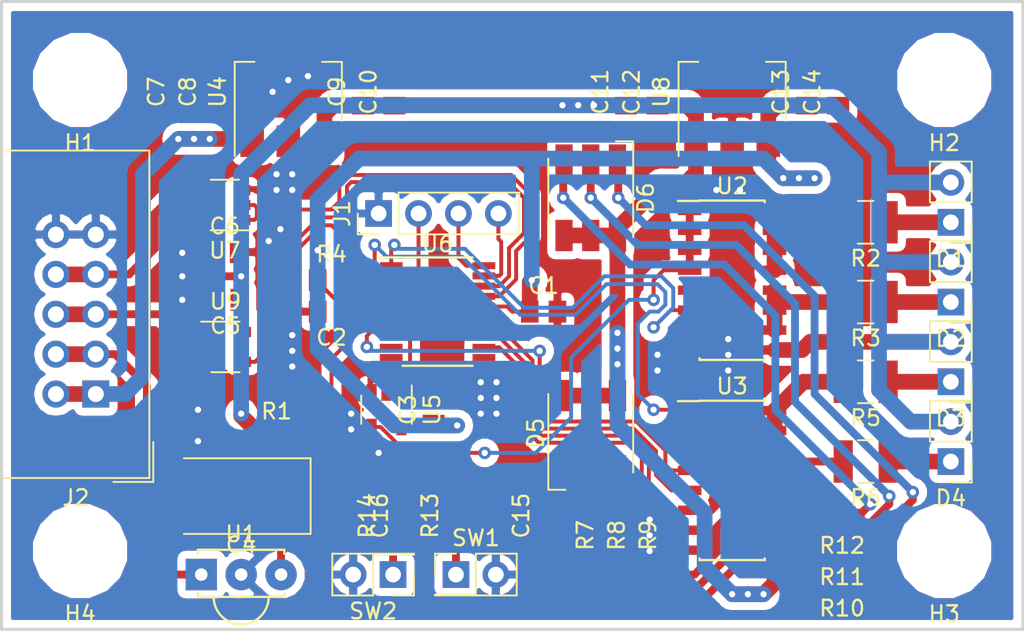
<source format=kicad_pcb>
(kicad_pcb (version 20171130) (host pcbnew 5.0.0-rc2-dev-unknown-0f0d9af~63~ubuntu16.04.1)
  (layers (0 F.Cu signal) (31 B.Cu signal) (34 B.Paste user) (35 F.Paste user) (36 B.SilkS user) (37 F.SilkS user) (38 B.Mask user) (39 F.Mask user) (44 Edge.Cuts user))
  (net 0 "")
  (net 1 "Net-(D1-Pad1)")
  (net 2 "Net-(R2-Pad2)")
  (net 3 "Net-(R3-Pad2)")
  (net 4 "Net-(D2-Pad1)")
  (net 5 "Net-(D4-Pad1)")
  (net 6 "Net-(R6-Pad2)")
  (net 7 "Net-(R5-Pad2)")
  (net 8 "Net-(D3-Pad1)")
  (net 9 "Net-(D6-Pad1)")
  (net 10 "Net-(R10-Pad2)")
  (net 11 /~RST)
  (net 12 +3V3)
  (net 13 +5V)
  (net 14 "Net-(C4-Pad1)")
  (net 15 "Net-(D5-Pad1)")
  (net 16 "Net-(D5-Pad2)")
  (net 17 "Net-(R11-Pad2)")
  (net 18 "Net-(R12-Pad2)")
  (net 19 "Net-(D5-Pad3)")
  (net 20 "Net-(D6-Pad2)")
  (net 21 "Net-(D6-Pad3)")
  (net 22 /FUSE)
  (net 23 "Net-(C15-Pad1)")
  (net 24 "Net-(C16-Pad1)")
  (net 25 /BANG)
  (net 26 /GUN_TX)
  (net 27 GND)
  (net 28 /GUN_UART_TX)
  (net 29 /LED_IR)
  (net 30 /IR_TIM)
  (net 31 /IR_TX)
  (net 32 /GUN_UART_RX)
  (net 33 /GUN_RX)
  (net 34 +5V5)
  (net 35 /LED_WH)
  (net 36 /LED_UV)
  (net 37 /LASER)
  (net 38 "Net-(U6-Pad9)")
  (net 39 "Net-(U6-Pad11)")
  (net 40 /PWM_B)
  (net 41 /PWM_G)
  (net 42 /PWM_R)
  (net 43 /SWDIO)
  (net 44 /SWCLK)
  (net 45 /IR_RX)
  (module Capacitor_SMD:C_0805_2012Metric (layer F.Cu) (at 166.75 90.75 90)
    (fp_text reference C12 (at 0 -1.65 90) (layer F.SilkS))
    (fp_text value 100n)
    (pad 1 smd rect (at -0.88 0 90) (size 1.12 1.4) (layers F.Cu F.Paste F.Mask) (net 13 +5V))
    (pad 2 smd rect (at 0.88 0 90) (size 1.12 1.4) (layers F.Cu F.Paste F.Mask) (net 27 GND))
  )
  (module Capacitor_SMD:C_0805_2012Metric (layer F.Cu) (at 146 104.75 180)
    (fp_text reference C2 (at 0 -1.65 180) (layer F.SilkS))
    (fp_text value 100n)
    (pad 2 smd rect (at 0.88 0 180) (size 1.12 1.4) (layers F.Cu F.Paste F.Mask) (net 27 GND))
    (pad 1 smd rect (at -0.88 0 180) (size 1.12 1.4) (layers F.Cu F.Paste F.Mask) (net 12 +3V3))
  )
  (module Capacitor_SMD:C_0805_2012Metric (layer F.Cu) (at 152.5 111 90)
    (fp_text reference C3 (at 0 -1.65 90) (layer F.SilkS))
    (fp_text value 100n)
    (pad 1 smd rect (at -0.88 0 90) (size 1.12 1.4) (layers F.Cu F.Paste F.Mask) (net 12 +3V3))
    (pad 2 smd rect (at 0.88 0 90) (size 1.12 1.4) (layers F.Cu F.Paste F.Mask) (net 27 GND))
  )
  (module Capacitor_SMD:C_0805_2012Metric (layer F.Cu) (at 139.25 104 180)
    (fp_text reference C5 (at 0 -1.65 180) (layer F.SilkS))
    (fp_text value 100n)
    (pad 2 smd rect (at 0.88 0 180) (size 1.12 1.4) (layers F.Cu F.Paste F.Mask) (net 27 GND))
    (pad 1 smd rect (at -0.88 0 180) (size 1.12 1.4) (layers F.Cu F.Paste F.Mask) (net 13 +5V))
  )
  (module Capacitor_SMD:C_0805_2012Metric (layer F.Cu) (at 139.209053 100.959674)
    (fp_text reference C6 (at 0 -1.65) (layer F.SilkS))
    (fp_text value 100n)
    (pad 1 smd rect (at -0.88 0) (size 1.12 1.4) (layers F.Cu F.Paste F.Mask) (net 13 +5V))
    (pad 2 smd rect (at 0.88 0) (size 1.12 1.4) (layers F.Cu F.Paste F.Mask) (net 27 GND))
  )
  (module Capacitor_SMD:C_0805_2012Metric (layer F.Cu) (at 136.5 90.75 90)
    (fp_text reference C7 (at 0 -1.65 90) (layer F.SilkS))
    (fp_text value 1u/50V)
    (pad 2 smd rect (at 0.88 0 90) (size 1.12 1.4) (layers F.Cu F.Paste F.Mask) (net 27 GND))
    (pad 1 smd rect (at -0.88 0 90) (size 1.12 1.4) (layers F.Cu F.Paste F.Mask) (net 34 +5V5))
  )
  (module Capacitor_SMD:C_0805_2012Metric (layer F.Cu) (at 138.5 90.75 90)
    (fp_text reference C8 (at 0 -1.65 90) (layer F.SilkS))
    (fp_text value 100n)
    (pad 1 smd rect (at -0.88 0 90) (size 1.12 1.4) (layers F.Cu F.Paste F.Mask) (net 34 +5V5))
    (pad 2 smd rect (at 0.88 0 90) (size 1.12 1.4) (layers F.Cu F.Paste F.Mask) (net 27 GND))
  )
  (module Capacitor_SMD:C_0805_2012Metric (layer F.Cu) (at 148 90.75 90)
    (fp_text reference C9 (at 0 -1.65 90) (layer F.SilkS))
    (fp_text value 100n)
    (pad 2 smd rect (at 0.88 0 90) (size 1.12 1.4) (layers F.Cu F.Paste F.Mask) (net 27 GND))
    (pad 1 smd rect (at -0.88 0 90) (size 1.12 1.4) (layers F.Cu F.Paste F.Mask) (net 13 +5V))
  )
  (module Capacitor_SMD:C_0805_2012Metric (layer F.Cu) (at 150 90.75 90)
    (fp_text reference C10 (at 0 -1.65 90) (layer F.SilkS))
    (fp_text value 1u/50V)
    (pad 1 smd rect (at -0.88 0 90) (size 1.12 1.4) (layers F.Cu F.Paste F.Mask) (net 13 +5V))
    (pad 2 smd rect (at 0.88 0 90) (size 1.12 1.4) (layers F.Cu F.Paste F.Mask) (net 27 GND))
  )
  (module Capacitor_SMD:C_0805_2012Metric (layer F.Cu) (at 164.75 90.75 90)
    (fp_text reference C11 (at 0 -1.65 90) (layer F.SilkS))
    (fp_text value 1u/50V)
    (pad 2 smd rect (at 0.88 0 90) (size 1.12 1.4) (layers F.Cu F.Paste F.Mask) (net 27 GND))
    (pad 1 smd rect (at -0.88 0 90) (size 1.12 1.4) (layers F.Cu F.Paste F.Mask) (net 13 +5V))
  )
  (module Capacitor_SMD:C_0805_2012Metric (layer F.Cu) (at 176.25 90.75 90)
    (fp_text reference C13 (at 0 -1.65 90) (layer F.SilkS))
    (fp_text value 100n)
    (pad 1 smd rect (at -0.88 0 90) (size 1.12 1.4) (layers F.Cu F.Paste F.Mask) (net 12 +3V3))
    (pad 2 smd rect (at 0.88 0 90) (size 1.12 1.4) (layers F.Cu F.Paste F.Mask) (net 27 GND))
  )
  (module Capacitor_SMD:C_0805_2012Metric (layer F.Cu) (at 178.25 90.75 90)
    (fp_text reference C14 (at 0 -1.65 90) (layer F.SilkS))
    (fp_text value 1u/50V)
    (pad 2 smd rect (at 0.88 0 90) (size 1.12 1.4) (layers F.Cu F.Paste F.Mask) (net 27 GND))
    (pad 1 smd rect (at -0.88 0 90) (size 1.12 1.4) (layers F.Cu F.Paste F.Mask) (net 12 +3V3))
  )
  (module Capacitor_SMD:C_0805_2012Metric (layer F.Cu) (at 156.42 117.75 270)
    (fp_text reference C15 (at 0 -1.65 270) (layer F.SilkS))
    (fp_text value 100n)
    (pad 1 smd rect (at -0.88 0 270) (size 1.12 1.4) (layers F.Cu F.Paste F.Mask) (net 23 "Net-(C15-Pad1)"))
    (pad 2 smd rect (at 0.88 0 270) (size 1.12 1.4) (layers F.Cu F.Paste F.Mask) (net 27 GND))
  )
  (module Capacitor_SMD:C_0805_2012Metric (layer F.Cu) (at 147.42 117.75 270)
    (fp_text reference C16 (at 0 -1.65 270) (layer F.SilkS))
    (fp_text value 100n)
    (pad 2 smd rect (at 0.88 0 270) (size 1.12 1.4) (layers F.Cu F.Paste F.Mask) (net 27 GND))
    (pad 1 smd rect (at -0.88 0 270) (size 1.12 1.4) (layers F.Cu F.Paste F.Mask) (net 24 "Net-(C16-Pad1)"))
  )
  (module Capacitor_SMD:C_0805_2012Metric (layer F.Cu) (at 159.5 104.75)
    (fp_text reference C1 (at 0 -1.65) (layer F.SilkS))
    (fp_text value 100n)
    (pad 1 smd rect (at -0.88 0) (size 1.12 1.4) (layers F.Cu F.Paste F.Mask) (net 12 +3V3))
    (pad 2 smd rect (at 0.88 0) (size 1.12 1.4) (layers F.Cu F.Paste F.Mask) (net 27 GND))
  )
  (module Capacitor_Tantalum_SMD:CP_EIA-7343-31_Kemet-D (layer F.Cu) (at 140.25 116.5 180)
    (fp_text reference C4 (at 0 -3.1 180) (layer F.SilkS))
    (fp_text value 47u/25V)
    (pad 1 smd rect (at -3.13 0 180) (size 2.06 2.6) (layers F.Cu F.Paste F.Mask) (net 14 "Net-(C4-Pad1)"))
    (pad 2 smd rect (at 3.13 0 180) (size 2.06 2.6) (layers F.Cu F.Paste F.Mask) (net 27 GND))
  )
  (module Connector_IDC:IDC-Header_2x05_P2.54mm_Vertical (layer F.Cu) (at 131 110 180)
    (fp_text reference J2 (at 1.27 -6.604 180) (layer F.SilkS))
    (fp_text value IDC_02X05)
    (pad 1 thru_hole rect (at 0 0 180) (size 1.7272 1.7272) (drill 1.016) (layers *.Cu *.Mask) (net 34 +5V5))
    (pad 2 thru_hole oval (at 2.54 0 180) (size 1.7272 1.7272) (drill 1.016) (layers *.Cu *.Mask) (net 34 +5V5))
    (pad 3 thru_hole oval (at 0 2.54 180) (size 1.7272 1.7272) (drill 1.016) (layers *.Cu *.Mask) (net 45 /IR_RX))
    (pad 4 thru_hole oval (at 2.54 2.54 180) (size 1.7272 1.7272) (drill 1.016) (layers *.Cu *.Mask) (net 45 /IR_RX))
    (pad 5 thru_hole oval (at 0 5.08 180) (size 1.7272 1.7272) (drill 1.016) (layers *.Cu *.Mask) (net 32 /GUN_UART_RX))
    (pad 6 thru_hole oval (at 2.54 5.08 180) (size 1.7272 1.7272) (drill 1.016) (layers *.Cu *.Mask) (net 32 /GUN_UART_RX))
    (pad 7 thru_hole oval (at 0 7.62 180) (size 1.7272 1.7272) (drill 1.016) (layers *.Cu *.Mask) (net 28 /GUN_UART_TX))
    (pad 8 thru_hole oval (at 2.54 7.62 180) (size 1.7272 1.7272) (drill 1.016) (layers *.Cu *.Mask) (net 28 /GUN_UART_TX))
    (pad 9 thru_hole oval (at 0 10.16 180) (size 1.7272 1.7272) (drill 1.016) (layers *.Cu *.Mask) (net 27 GND))
    (pad 10 thru_hole oval (at 2.54 10.16 180) (size 1.7272 1.7272) (drill 1.016) (layers *.Cu *.Mask) (net 27 GND))
  )
  (module Connector_PinHeader_2.54mm:PinHeader_1x02_P2.54mm_Vertical (layer F.Cu) (at 185.42 99.06 180)
    (fp_text reference D1 (at 0 -2.33 180) (layer F.SilkS))
    (fp_text value IR)
    (pad 2 thru_hole oval (at 0 2.54 180) (size 1.7 1.7) (drill 1) (layers *.Cu *.Mask) (net 13 +5V))
    (pad 1 thru_hole rect (at 0 0 180) (size 1.7 1.7) (drill 1) (layers *.Cu *.Mask) (net 1 "Net-(D1-Pad1)"))
  )
  (module Connector_PinHeader_2.54mm:PinHeader_1x02_P2.54mm_Vertical (layer F.Cu) (at 185.42 104.14 180)
    (fp_text reference D2 (at 0 -2.33 180) (layer F.SilkS))
    (fp_text value UV)
    (pad 1 thru_hole rect (at 0 0 180) (size 1.7 1.7) (drill 1) (layers *.Cu *.Mask) (net 4 "Net-(D2-Pad1)"))
    (pad 2 thru_hole oval (at 0 2.54 180) (size 1.7 1.7) (drill 1) (layers *.Cu *.Mask) (net 13 +5V))
  )
  (module Connector_PinHeader_2.54mm:PinHeader_1x02_P2.54mm_Vertical (layer F.Cu) (at 185.42 109.22 180)
    (fp_text reference D3 (at 0 -2.33 180) (layer F.SilkS))
    (fp_text value WHITE)
    (pad 2 thru_hole oval (at 0 2.54 180) (size 1.7 1.7) (drill 1) (layers *.Cu *.Mask) (net 13 +5V))
    (pad 1 thru_hole rect (at 0 0 180) (size 1.7 1.7) (drill 1) (layers *.Cu *.Mask) (net 8 "Net-(D3-Pad1)"))
  )
  (module Connector_PinHeader_2.54mm:PinHeader_1x02_P2.54mm_Vertical (layer F.Cu) (at 185.42 114.3 180)
    (fp_text reference D4 (at 0 -2.33 180) (layer F.SilkS))
    (fp_text value LASER)
    (pad 1 thru_hole rect (at 0 0 180) (size 1.7 1.7) (drill 1) (layers *.Cu *.Mask) (net 5 "Net-(D4-Pad1)"))
    (pad 2 thru_hole oval (at 0 2.54 180) (size 1.7 1.7) (drill 1) (layers *.Cu *.Mask) (net 13 +5V))
  )
  (module Connector_PinHeader_2.54mm:PinHeader_1x04_P2.54mm_Vertical (layer F.Cu) (at 149 98.5 90)
    (fp_text reference J1 (at 0 -2.33 90) (layer F.SilkS))
    (fp_text value SWD_01X04)
    (pad 1 thru_hole rect (at 0 0 90) (size 1.7 1.7) (drill 1) (layers *.Cu *.Mask) (net 27 GND))
    (pad 2 thru_hole oval (at 0 2.54 90) (size 1.7 1.7) (drill 1) (layers *.Cu *.Mask) (net 11 /~RST))
    (pad 3 thru_hole oval (at 0 5.08 90) (size 1.7 1.7) (drill 1) (layers *.Cu *.Mask) (net 44 /SWCLK))
    (pad 4 thru_hole oval (at 0 7.62 90) (size 1.7 1.7) (drill 1) (layers *.Cu *.Mask) (net 43 /SWDIO))
  )
  (module Connector_PinHeader_2.54mm:PinHeader_2x01_P2.54mm_Vertical (layer F.Cu) (at 153.92 121.5)
    (fp_text reference SW1 (at 1.27 -2.33) (layer F.SilkS))
    (fp_text value FUSE)
    (pad 2 thru_hole oval (at 2.54 0) (size 1.7 1.7) (drill 1) (layers *.Cu *.Mask) (net 27 GND))
    (pad 1 thru_hole rect (at 0 0) (size 1.7 1.7) (drill 1) (layers *.Cu *.Mask) (net 22 /FUSE))
  )
  (module Connector_PinHeader_2.54mm:PinHeader_2x01_P2.54mm_Vertical (layer F.Cu) (at 149.92 121.5 180)
    (fp_text reference SW2 (at 1.27 -2.33 180) (layer F.SilkS))
    (fp_text value BANG)
    (pad 1 thru_hole rect (at 0 0 180) (size 1.7 1.7) (drill 1) (layers *.Cu *.Mask) (net 25 /BANG))
    (pad 2 thru_hole oval (at 2.54 0 180) (size 1.7 1.7) (drill 1) (layers *.Cu *.Mask) (net 27 GND))
  )
  (module KLIB_Mechanical:Bolt_M3 (layer F.Cu) (at 185 120)
    (fp_text reference H3 (at 0 4) (layer F.SilkS))
    (fp_text value M3)
    (pad "" np_thru_hole circle (at 0 0) (size 3 3) (drill 3) (layers *.Cu *.Mask) (clearance 1.5))
  )
  (module KLIB_Mechanical:Bolt_M3 (layer F.Cu) (at 130 90)
    (fp_text reference H1 (at 0 4) (layer F.SilkS))
    (fp_text value M3)
    (pad "" np_thru_hole circle (at 0 0) (size 3 3) (drill 3) (layers *.Cu *.Mask) (clearance 1.5))
  )
  (module KLIB_Mechanical:Bolt_M3 (layer F.Cu) (at 130 120)
    (fp_text reference H4 (at 0 4) (layer F.SilkS))
    (fp_text value M3)
    (pad "" np_thru_hole circle (at 0 0) (size 3 3) (drill 3) (layers *.Cu *.Mask) (clearance 1.5))
  )
  (module KLIB_Mechanical:Bolt_M3 (layer F.Cu) (at 185 90)
    (fp_text reference H2 (at 0 4) (layer F.SilkS))
    (fp_text value M3)
    (pad "" np_thru_hole circle (at 0 0) (size 3 3) (drill 3) (layers *.Cu *.Mask) (clearance 1.5))
  )
  (module KLIB_Opto:LED_RGB_5050-6 (layer F.Cu) (at 162.5 97.5 270)
    (fp_text reference D6 (at 0 -3.5 90) (layer F.SilkS))
    (fp_text value LTST-G563ZEGBW)
    (pad 1 smd rect (at -2.4 -1.7) (size 1.1 2) (layers F.Cu F.Paste F.Mask) (net 9 "Net-(D6-Pad1)"))
    (pad 2 smd rect (at -2.4 0) (size 1.1 2) (layers F.Cu F.Paste F.Mask) (net 20 "Net-(D6-Pad2)"))
    (pad 3 smd rect (at -2.4 1.7) (size 1.1 2) (layers F.Cu F.Paste F.Mask) (net 21 "Net-(D6-Pad3)"))
    (pad 4 smd rect (at 2.4 1.7) (size 1.1 2) (layers F.Cu F.Paste F.Mask) (net 13 +5V))
    (pad 5 smd rect (at 2.4 0) (size 1.1 2) (layers F.Cu F.Paste F.Mask) (net 13 +5V))
    (pad 6 smd rect (at 2.4 -1.7) (size 1.1 2) (layers F.Cu F.Paste F.Mask) (net 13 +5V))
  )
  (module KLIB_Opto:LED_RGB_5050-6 (layer F.Cu) (at 162.5 112.5 90)
    (fp_text reference D5 (at 0 -3.5 270) (layer F.SilkS))
    (fp_text value LTST-G563ZEGBW)
    (pad 6 smd rect (at 2.4 -1.7 180) (size 1.1 2) (layers F.Cu F.Paste F.Mask) (net 13 +5V))
    (pad 5 smd rect (at 2.4 0 180) (size 1.1 2) (layers F.Cu F.Paste F.Mask) (net 13 +5V))
    (pad 4 smd rect (at 2.4 1.7 180) (size 1.1 2) (layers F.Cu F.Paste F.Mask) (net 13 +5V))
    (pad 3 smd rect (at -2.4 1.7 180) (size 1.1 2) (layers F.Cu F.Paste F.Mask) (net 19 "Net-(D5-Pad3)"))
    (pad 2 smd rect (at -2.4 0 180) (size 1.1 2) (layers F.Cu F.Paste F.Mask) (net 16 "Net-(D5-Pad2)"))
    (pad 1 smd rect (at -2.4 -1.7 180) (size 1.1 2) (layers F.Cu F.Paste F.Mask) (net 15 "Net-(D5-Pad1)"))
  )
  (module KLIB_Opto:OSRB8C9BA_Vertical (layer F.Cu) (at 140.25 121.42)
    (fp_text reference U1 (at 0 -2.5) (layer F.SilkS))
    (fp_text value OSRB38C9BA)
    (pad 1 thru_hole rect (at -2.54 0.08) (size 2 2) (drill 0.8) (layers *.Cu *.Mask) (net 45 /IR_RX))
    (pad 2 thru_hole circle (at 0 0.08) (size 2 2) (drill 0.8) (layers *.Cu *.Mask) (net 27 GND))
    (pad 3 thru_hole circle (at 2.54 0.08) (size 2 2) (drill 0.8) (layers *.Cu *.Mask) (net 14 "Net-(C4-Pad1)"))
  )
  (module Package_SO:SOIC-16_3.9x9.9mm_P1.27mm (layer F.Cu) (at 171.5 115.5)
    (fp_text reference U3 (at 0 -6) (layer F.SilkS))
    (fp_text value ULN2003)
    (pad 16 smd rect (at 2.7 -4.445) (size 1.5 0.6) (layers F.Cu F.Paste F.Mask) (net 7 "Net-(R5-Pad2)"))
    (pad 15 smd rect (at 2.7 -3.175) (size 1.5 0.6) (layers F.Cu F.Paste F.Mask) (net 7 "Net-(R5-Pad2)"))
    (pad 14 smd rect (at 2.7 -1.905) (size 1.5 0.6) (layers F.Cu F.Paste F.Mask) (net 7 "Net-(R5-Pad2)"))
    (pad 13 smd rect (at 2.7 -0.635) (size 1.5 0.6) (layers F.Cu F.Paste F.Mask) (net 6 "Net-(R6-Pad2)"))
    (pad 12 smd rect (at 2.7 0.635) (size 1.5 0.6) (layers F.Cu F.Paste F.Mask) (net 18 "Net-(R12-Pad2)"))
    (pad 11 smd rect (at 2.7 1.905) (size 1.5 0.6) (layers F.Cu F.Paste F.Mask) (net 17 "Net-(R11-Pad2)"))
    (pad 10 smd rect (at 2.7 3.175) (size 1.5 0.6) (layers F.Cu F.Paste F.Mask) (net 10 "Net-(R10-Pad2)"))
    (pad 9 smd rect (at 2.7 4.445) (size 1.5 0.6) (layers F.Cu F.Paste F.Mask) (net 13 +5V))
    (pad 8 smd rect (at -2.7 4.445) (size 1.5 0.6) (layers F.Cu F.Paste F.Mask) (net 27 GND))
    (pad 7 smd rect (at -2.7 3.175) (size 1.5 0.6) (layers F.Cu F.Paste F.Mask) (net 40 /PWM_B))
    (pad 6 smd rect (at -2.7 1.905) (size 1.5 0.6) (layers F.Cu F.Paste F.Mask) (net 41 /PWM_G))
    (pad 5 smd rect (at -2.7 0.635) (size 1.5 0.6) (layers F.Cu F.Paste F.Mask) (net 42 /PWM_R))
    (pad 4 smd rect (at -2.7 -0.635) (size 1.5 0.6) (layers F.Cu F.Paste F.Mask) (net 37 /LASER))
    (pad 3 smd rect (at -2.7 -1.905) (size 1.5 0.6) (layers F.Cu F.Paste F.Mask) (net 35 /LED_WH))
    (pad 2 smd rect (at -2.7 -3.175) (size 1.5 0.6) (layers F.Cu F.Paste F.Mask) (net 35 /LED_WH))
    (pad 1 smd rect (at -2.7 -4.445) (size 1.5 0.6) (layers F.Cu F.Paste F.Mask) (net 35 /LED_WH))
  )
  (module Package_SO:SOIC-16_3.9x9.9mm_P1.27mm (layer F.Cu) (at 171.5 102.75)
    (fp_text reference U2 (at 0 -6) (layer F.SilkS))
    (fp_text value ULN2003)
    (pad 1 smd rect (at -2.7 -4.445) (size 1.5 0.6) (layers F.Cu F.Paste F.Mask) (net 29 /LED_IR))
    (pad 2 smd rect (at -2.7 -3.175) (size 1.5 0.6) (layers F.Cu F.Paste F.Mask) (net 29 /LED_IR))
    (pad 3 smd rect (at -2.7 -1.905) (size 1.5 0.6) (layers F.Cu F.Paste F.Mask) (net 29 /LED_IR))
    (pad 4 smd rect (at -2.7 -0.635) (size 1.5 0.6) (layers F.Cu F.Paste F.Mask) (net 29 /LED_IR))
    (pad 5 smd rect (at -2.7 0.635) (size 1.5 0.6) (layers F.Cu F.Paste F.Mask) (net 36 /LED_UV))
    (pad 6 smd rect (at -2.7 1.905) (size 1.5 0.6) (layers F.Cu F.Paste F.Mask) (net 36 /LED_UV))
    (pad 7 smd rect (at -2.7 3.175) (size 1.5 0.6) (layers F.Cu F.Paste F.Mask) (net 36 /LED_UV))
    (pad 8 smd rect (at -2.7 4.445) (size 1.5 0.6) (layers F.Cu F.Paste F.Mask) (net 27 GND))
    (pad 9 smd rect (at 2.7 4.445) (size 1.5 0.6) (layers F.Cu F.Paste F.Mask) (net 13 +5V))
    (pad 10 smd rect (at 2.7 3.175) (size 1.5 0.6) (layers F.Cu F.Paste F.Mask) (net 3 "Net-(R3-Pad2)"))
    (pad 11 smd rect (at 2.7 1.905) (size 1.5 0.6) (layers F.Cu F.Paste F.Mask) (net 3 "Net-(R3-Pad2)"))
    (pad 12 smd rect (at 2.7 0.635) (size 1.5 0.6) (layers F.Cu F.Paste F.Mask) (net 3 "Net-(R3-Pad2)"))
    (pad 13 smd rect (at 2.7 -0.635) (size 1.5 0.6) (layers F.Cu F.Paste F.Mask) (net 2 "Net-(R2-Pad2)"))
    (pad 14 smd rect (at 2.7 -1.905) (size 1.5 0.6) (layers F.Cu F.Paste F.Mask) (net 2 "Net-(R2-Pad2)"))
    (pad 15 smd rect (at 2.7 -3.175) (size 1.5 0.6) (layers F.Cu F.Paste F.Mask) (net 2 "Net-(R2-Pad2)"))
    (pad 16 smd rect (at 2.7 -4.445) (size 1.5 0.6) (layers F.Cu F.Paste F.Mask) (net 2 "Net-(R2-Pad2)"))
  )
  (module Package_SO:TSSOP-20_4.4x6.5mm_P0.65mm (layer F.Cu) (at 152.75 104.75)
    (fp_text reference U6 (at 0 -4.3) (layer F.SilkS))
    (fp_text value STM32F042F6Px)
    (pad 1 smd rect (at -2.95 -2.925) (size 1.45 0.45) (layers F.Cu F.Paste F.Mask) (net 36 /LED_UV))
    (pad 2 smd rect (at -2.95 -2.275) (size 1.45 0.45) (layers F.Cu F.Paste F.Mask) (net 35 /LED_WH))
    (pad 3 smd rect (at -2.95 -1.625) (size 1.45 0.45) (layers F.Cu F.Paste F.Mask) (net 25 /BANG))
    (pad 4 smd rect (at -2.95 -0.975) (size 1.45 0.45) (layers F.Cu F.Paste F.Mask) (net 11 /~RST))
    (pad 5 smd rect (at -2.95 -0.325) (size 1.45 0.45) (layers F.Cu F.Paste F.Mask) (net 12 +3V3))
    (pad 6 smd rect (at -2.95 0.325) (size 1.45 0.45) (layers F.Cu F.Paste F.Mask) (net 22 /FUSE))
    (pad 7 smd rect (at -2.95 0.975) (size 1.45 0.45) (layers F.Cu F.Paste F.Mask) (net 37 /LASER))
    (pad 8 smd rect (at -2.95 1.625) (size 1.45 0.45) (layers F.Cu F.Paste F.Mask) (net 31 /IR_TX))
    (pad 9 smd rect (at -2.95 2.275) (size 1.45 0.45) (layers F.Cu F.Paste F.Mask) (net 38 "Net-(U6-Pad9)"))
    (pad 10 smd rect (at -2.95 2.925) (size 1.45 0.45) (layers F.Cu F.Paste F.Mask) (net 30 /IR_TIM))
    (pad 11 smd rect (at 2.95 2.925) (size 1.45 0.45) (layers F.Cu F.Paste F.Mask) (net 39 "Net-(U6-Pad11)"))
    (pad 12 smd rect (at 2.95 2.275) (size 1.45 0.45) (layers F.Cu F.Paste F.Mask) (net 40 /PWM_B))
    (pad 13 smd rect (at 2.95 1.625) (size 1.45 0.45) (layers F.Cu F.Paste F.Mask) (net 41 /PWM_G))
    (pad 14 smd rect (at 2.95 0.975) (size 1.45 0.45) (layers F.Cu F.Paste F.Mask) (net 42 /PWM_R))
    (pad 15 smd rect (at 2.95 0.325) (size 1.45 0.45) (layers F.Cu F.Paste F.Mask) (net 27 GND))
    (pad 16 smd rect (at 2.95 -0.325) (size 1.45 0.45) (layers F.Cu F.Paste F.Mask) (net 12 +3V3))
    (pad 17 smd rect (at 2.95 -0.975) (size 1.45 0.45) (layers F.Cu F.Paste F.Mask) (net 26 /GUN_TX))
    (pad 18 smd rect (at 2.95 -1.625) (size 1.45 0.45) (layers F.Cu F.Paste F.Mask) (net 33 /GUN_RX))
    (pad 19 smd rect (at 2.95 -2.275) (size 1.45 0.45) (layers F.Cu F.Paste F.Mask) (net 43 /SWDIO))
    (pad 20 smd rect (at 2.95 -2.925) (size 1.45 0.45) (layers F.Cu F.Paste F.Mask) (net 44 /SWCLK))
  )
  (module Package_TO_SOT_SMD:SOT-223-3_TabPin2 (layer F.Cu) (at 143.25 90.75 90)
    (fp_text reference U4 (at 0 -4.5 90) (layer F.SilkS))
    (fp_text value MCP1826S)
    (pad 1 smd rect (at -3.15 -2.3 90) (size 2 1.5) (layers F.Cu F.Paste F.Mask) (net 34 +5V5))
    (pad 3 smd rect (at -3.15 2.3 90) (size 2 1.5) (layers F.Cu F.Paste F.Mask) (net 13 +5V))
    (pad 2 smd rect (at -3.15 0 90) (size 2 1.5) (layers F.Cu F.Paste F.Mask) (net 27 GND))
    (pad 2 smd rect (at 3.15 0 90) (size 2 3.8) (layers F.Cu F.Paste F.Mask) (net 27 GND))
  )
  (module Package_TO_SOT_SMD:SOT-223-3_TabPin2 (layer F.Cu) (at 171.5 90.75 90)
    (fp_text reference U8 (at 0 -4.5 90) (layer F.SilkS))
    (fp_text value MCP1826S)
    (pad 2 smd rect (at 3.15 0 90) (size 2 3.8) (layers F.Cu F.Paste F.Mask) (net 27 GND))
    (pad 2 smd rect (at -3.15 0 90) (size 2 1.5) (layers F.Cu F.Paste F.Mask) (net 27 GND))
    (pad 3 smd rect (at -3.15 2.3 90) (size 2 1.5) (layers F.Cu F.Paste F.Mask) (net 12 +3V3))
    (pad 1 smd rect (at -3.15 -2.3 90) (size 2 1.5) (layers F.Cu F.Paste F.Mask) (net 13 +5V))
  )
  (module Package_TO_SOT_SMD:SOT-23-5 (layer F.Cu) (at 139.25 107)
    (fp_text reference U9 (at 0 -2.9) (layer F.SilkS))
    (fp_text value 74AHC1G08)
    (pad 1 smd rect (at -1.1 -0.95) (size 1.06 0.65) (layers F.Cu F.Paste F.Mask) (net 32 /GUN_UART_RX))
    (pad 2 smd rect (at -1.1 0) (size 1.06 0.65) (layers F.Cu F.Paste F.Mask) (net 32 /GUN_UART_RX))
    (pad 3 smd rect (at -1.1 0.95) (size 1.06 0.65) (layers F.Cu F.Paste F.Mask) (net 27 GND))
    (pad 4 smd rect (at 1.1 0.95) (size 1.06 0.65) (layers F.Cu F.Paste F.Mask) (net 33 /GUN_RX))
    (pad 5 smd rect (at 1.1 -0.95) (size 1.06 0.65) (layers F.Cu F.Paste F.Mask) (net 13 +5V))
  )
  (module Package_TO_SOT_SMD:SOT-23-5 (layer F.Cu) (at 149.5 111 270)
    (fp_text reference U5 (at 0 -2.9 270) (layer F.SilkS))
    (fp_text value 74AHC1G08)
    (pad 5 smd rect (at 1.1 -0.95 270) (size 1.06 0.65) (layers F.Cu F.Paste F.Mask) (net 12 +3V3))
    (pad 4 smd rect (at 1.1 0.95 270) (size 1.06 0.65) (layers F.Cu F.Paste F.Mask) (net 29 /LED_IR))
    (pad 3 smd rect (at -1.1 0.95 270) (size 1.06 0.65) (layers F.Cu F.Paste F.Mask) (net 27 GND))
    (pad 2 smd rect (at -1.1 0 270) (size 1.06 0.65) (layers F.Cu F.Paste F.Mask) (net 30 /IR_TIM))
    (pad 1 smd rect (at -1.1 -0.95 270) (size 1.06 0.65) (layers F.Cu F.Paste F.Mask) (net 31 /IR_TX))
  )
  (module Package_TO_SOT_SMD:SOT-23-5 (layer F.Cu) (at 139.209053 97.959674 180)
    (fp_text reference U7 (at 0 -2.9 180) (layer F.SilkS))
    (fp_text value 74AHC1G08)
    (pad 1 smd rect (at -1.1 -0.95 180) (size 1.06 0.65) (layers F.Cu F.Paste F.Mask) (net 26 /GUN_TX))
    (pad 2 smd rect (at -1.1 0 180) (size 1.06 0.65) (layers F.Cu F.Paste F.Mask) (net 26 /GUN_TX))
    (pad 3 smd rect (at -1.1 0.95 180) (size 1.06 0.65) (layers F.Cu F.Paste F.Mask) (net 27 GND))
    (pad 4 smd rect (at 1.1 0.95 180) (size 1.06 0.65) (layers F.Cu F.Paste F.Mask) (net 28 /GUN_UART_TX))
    (pad 5 smd rect (at 1.1 -0.95 180) (size 1.06 0.65) (layers F.Cu F.Paste F.Mask) (net 13 +5V))
  )
  (module Resistor_SMD:R_0805_2012Metric (layer F.Cu) (at 149.92 117.75 90)
    (fp_text reference R14 (at 0 -1.65 90) (layer F.SilkS))
    (fp_text value 100R)
    (pad 2 smd rect (at 0.88 0 90) (size 1.12 1.4) (layers F.Cu F.Paste F.Mask) (net 24 "Net-(C16-Pad1)"))
    (pad 1 smd rect (at -0.88 0 90) (size 1.12 1.4) (layers F.Cu F.Paste F.Mask) (net 25 /BANG))
  )
  (module Resistor_SMD:R_0805_2012Metric (layer F.Cu) (at 153.92 117.75 90)
    (fp_text reference R13 (at 0 -1.65 90) (layer F.SilkS))
    (fp_text value 100R)
    (pad 1 smd rect (at -0.88 0 90) (size 1.12 1.4) (layers F.Cu F.Paste F.Mask) (net 22 /FUSE))
    (pad 2 smd rect (at 0.88 0 90) (size 1.12 1.4) (layers F.Cu F.Paste F.Mask) (net 23 "Net-(C15-Pad1)"))
  )
  (module Resistor_SMD:R_0805_2012Metric (layer F.Cu) (at 178.5 118 180)
    (fp_text reference R12 (at 0 -1.65 180) (layer F.SilkS))
    (fp_text value 180R)
    (pad 2 smd rect (at 0.88 0 180) (size 1.12 1.4) (layers F.Cu F.Paste F.Mask) (net 18 "Net-(R12-Pad2)"))
    (pad 1 smd rect (at -0.88 0 180) (size 1.12 1.4) (layers F.Cu F.Paste F.Mask) (net 21 "Net-(D6-Pad3)"))
  )
  (module Resistor_SMD:R_0805_2012Metric (layer F.Cu) (at 178.5 120 180)
    (fp_text reference R11 (at 0 -1.65 180) (layer F.SilkS))
    (fp_text value 120R)
    (pad 1 smd rect (at -0.88 0 180) (size 1.12 1.4) (layers F.Cu F.Paste F.Mask) (net 20 "Net-(D6-Pad2)"))
    (pad 2 smd rect (at 0.88 0 180) (size 1.12 1.4) (layers F.Cu F.Paste F.Mask) (net 17 "Net-(R11-Pad2)"))
  )
  (module Resistor_SMD:R_0805_2012Metric (layer F.Cu) (at 164.5 119 270)
    (fp_text reference R9 (at 0 -1.65 270) (layer F.SilkS))
    (fp_text value 180R)
    (pad 2 smd rect (at 0.88 0 270) (size 1.12 1.4) (layers F.Cu F.Paste F.Mask) (net 18 "Net-(R12-Pad2)"))
    (pad 1 smd rect (at -0.88 0 270) (size 1.12 1.4) (layers F.Cu F.Paste F.Mask) (net 19 "Net-(D5-Pad3)"))
  )
  (module Resistor_SMD:R_0805_2012Metric (layer F.Cu) (at 162.5 119 270)
    (fp_text reference R8 (at 0 -1.65 270) (layer F.SilkS))
    (fp_text value 120R)
    (pad 1 smd rect (at -0.88 0 270) (size 1.12 1.4) (layers F.Cu F.Paste F.Mask) (net 16 "Net-(D5-Pad2)"))
    (pad 2 smd rect (at 0.88 0 270) (size 1.12 1.4) (layers F.Cu F.Paste F.Mask) (net 17 "Net-(R11-Pad2)"))
  )
  (module Resistor_SMD:R_0805_2012Metric (layer F.Cu) (at 160.5 119 270)
    (fp_text reference R7 (at 0 -1.65 270) (layer F.SilkS))
    (fp_text value 120R)
    (pad 2 smd rect (at 0.88 0 270) (size 1.12 1.4) (layers F.Cu F.Paste F.Mask) (net 10 "Net-(R10-Pad2)"))
    (pad 1 smd rect (at -0.88 0 270) (size 1.12 1.4) (layers F.Cu F.Paste F.Mask) (net 15 "Net-(D5-Pad1)"))
  )
  (module Resistor_SMD:R_0805_2012Metric (layer F.Cu) (at 142.5 112.75)
    (fp_text reference R1 (at 0 -1.65) (layer F.SilkS))
    (fp_text value 100R)
    (pad 1 smd rect (at -0.88 0) (size 1.12 1.4) (layers F.Cu F.Paste F.Mask) (net 13 +5V))
    (pad 2 smd rect (at 0.88 0) (size 1.12 1.4) (layers F.Cu F.Paste F.Mask) (net 14 "Net-(C4-Pad1)"))
  )
  (module Resistor_SMD:R_0805_2012Metric (layer F.Cu) (at 146 102.75)
    (fp_text reference R4 (at 0 -1.65) (layer F.SilkS))
    (fp_text value 10k)
    (pad 2 smd rect (at 0.88 0) (size 1.12 1.4) (layers F.Cu F.Paste F.Mask) (net 11 /~RST))
    (pad 1 smd rect (at -0.88 0) (size 1.12 1.4) (layers F.Cu F.Paste F.Mask) (net 12 +3V3))
  )
  (module Resistor_SMD:R_0805_2012Metric (layer F.Cu) (at 178.5 122 180)
    (fp_text reference R10 (at 0 -1.65 180) (layer F.SilkS))
    (fp_text value 120R)
    (pad 1 smd rect (at -0.88 0 180) (size 1.12 1.4) (layers F.Cu F.Paste F.Mask) (net 9 "Net-(D6-Pad1)"))
    (pad 2 smd rect (at 0.88 0 180) (size 1.12 1.4) (layers F.Cu F.Paste F.Mask) (net 10 "Net-(R10-Pad2)"))
  )
  (module Resistor_SMD:R_1210_3225Metric (layer F.Cu) (at 180 109.22 180)
    (fp_text reference R5 (at 0 -2.3 180) (layer F.SilkS))
    (fp_text value 120R)
    (pad 2 smd rect (at 1.43 0 180) (size 1.22 2.7) (layers F.Cu F.Paste F.Mask) (net 7 "Net-(R5-Pad2)"))
    (pad 1 smd rect (at -1.43 0 180) (size 1.22 2.7) (layers F.Cu F.Paste F.Mask) (net 8 "Net-(D3-Pad1)"))
  )
  (module Resistor_SMD:R_1210_3225Metric (layer F.Cu) (at 180 114.3 180)
    (fp_text reference R6 (at 0 -2.3 180) (layer F.SilkS))
    (fp_text value 120R)
    (pad 1 smd rect (at -1.43 0 180) (size 1.22 2.7) (layers F.Cu F.Paste F.Mask) (net 5 "Net-(D4-Pad1)"))
    (pad 2 smd rect (at 1.43 0 180) (size 1.22 2.7) (layers F.Cu F.Paste F.Mask) (net 6 "Net-(R6-Pad2)"))
  )
  (module Resistor_SMD:R_1210_3225Metric (layer F.Cu) (at 180 104.14 180)
    (fp_text reference R3 (at 0 -2.3 180) (layer F.SilkS))
    (fp_text value 120R)
    (pad 2 smd rect (at 1.43 0 180) (size 1.22 2.7) (layers F.Cu F.Paste F.Mask) (net 3 "Net-(R3-Pad2)"))
    (pad 1 smd rect (at -1.43 0 180) (size 1.22 2.7) (layers F.Cu F.Paste F.Mask) (net 4 "Net-(D2-Pad1)"))
  )
  (module Resistor_SMD:R_1210_3225Metric (layer F.Cu) (at 180 99.06 180)
    (fp_text reference R2 (at 0 -2.3 180) (layer F.SilkS))
    (fp_text value 120R)
    (pad 1 smd rect (at -1.43 0 180) (size 1.22 2.7) (layers F.Cu F.Paste F.Mask) (net 1 "Net-(D1-Pad1)"))
    (pad 2 smd rect (at 1.43 0 180) (size 1.22 2.7) (layers F.Cu F.Paste F.Mask) (net 2 "Net-(R2-Pad2)"))
  )
  (gr_line (start 125 85) (end 125 125) (layer Edge.Cuts) (width 0.2))
  (gr_line (start 190 85) (end 125 85) (layer Edge.Cuts) (width 0.2))
  (gr_line (start 190 125) (end 190 85) (layer Edge.Cuts) (width 0.2))
  (gr_line (start 125 125) (end 190 125) (layer Edge.Cuts) (width 0.2))
  (segment (start 181.43 99.06) (end 185.42 99.06) (width 1) (layer F.Cu) (net 1))
  (segment (start 174.2 99.575) (end 174.2 98.305) (width 1) (layer F.Cu) (net 2))
  (segment (start 174.2 100.845) (end 174.2 99.575) (width 1) (layer F.Cu) (net 2))
  (segment (start 174.2 102.115) (end 174.2 100.845) (width 1) (layer F.Cu) (net 2))
  (segment (start 174.2 99.575) (end 174.2 99) (width 0.5) (layer F.Cu) (net 2))
  (segment (start 174.26 99.06) (end 174.2 99) (width 1) (layer F.Cu) (net 2))
  (segment (start 174.2 99) (end 174.2 98.305) (width 0.5) (layer F.Cu) (net 2))
  (segment (start 178.57 99.06) (end 174.26 99.06) (width 1) (layer F.Cu) (net 2))
  (segment (start 174.2 104.655) (end 174.2 104) (width 1) (layer F.Cu) (net 3))
  (segment (start 174.34 104.14) (end 174.2 104) (width 1) (layer F.Cu) (net 3))
  (segment (start 174.2 104) (end 174.2 103.385) (width 1) (layer F.Cu) (net 3))
  (segment (start 178.57 104.14) (end 174.34 104.14) (width 1) (layer F.Cu) (net 3))
  (segment (start 174.2 105.925) (end 174.2 104.655) (width 1) (layer F.Cu) (net 3))
  (segment (start 181.43 104.14) (end 185.42 104.14) (width 1) (layer F.Cu) (net 4))
  (segment (start 181.43 114.3) (end 185.42 114.3) (width 1) (layer F.Cu) (net 5))
  (segment (start 178.57 114.3) (end 176.315 114.3) (width 0.5) (layer F.Cu) (net 6))
  (segment (start 176.315 114.3) (end 175.75 114.865) (width 0.5) (layer F.Cu) (net 6))
  (segment (start 175.75 114.865) (end 174.2 114.865) (width 0.5) (layer F.Cu) (net 6))
  (segment (start 178.57 109.22) (end 176.035 109.22) (width 1) (layer F.Cu) (net 7))
  (segment (start 176.035 109.22) (end 174.2 111.055) (width 1) (layer F.Cu) (net 7))
  (segment (start 174.2 112.325) (end 174.2 111.055) (width 1) (layer F.Cu) (net 7))
  (segment (start 174.2 113.595) (end 174.2 112.325) (width 1) (layer F.Cu) (net 7))
  (segment (start 181.43 109.22) (end 185.42 109.22) (width 1) (layer F.Cu) (net 8))
  (segment (start 176.75 103.75) (end 172.25 99.25) (width 0.5) (layer B.Cu) (net 9))
  (segment (start 182.999994 116.249994) (end 176.75 110) (width 0.5) (layer B.Cu) (net 9))
  (segment (start 172.25 99.25) (end 166 99.25) (width 0.5) (layer B.Cu) (net 9))
  (segment (start 176.75 110) (end 176.75 103.75) (width 0.5) (layer B.Cu) (net 9))
  (segment (start 182.999994 116.25) (end 182.999994 116.249994) (width 0.5) (layer B.Cu) (net 9))
  (segment (start 166 99.25) (end 164.25 97.5) (width 0.5) (layer B.Cu) (net 9))
  (segment (start 181.5 120.94) (end 180.44 122) (width 0.5) (layer F.Cu) (net 9))
  (segment (start 181.5 118.249988) (end 181.5 120.94) (width 0.5) (layer F.Cu) (net 9))
  (segment (start 182.999994 116.749994) (end 181.5 118.249988) (width 0.5) (layer F.Cu) (net 9))
  (segment (start 182.999994 116.25) (end 182.999994 116.749994) (width 0.5) (layer F.Cu) (net 9))
  (segment (start 180.44 122) (end 179.38 122) (width 0.5) (layer F.Cu) (net 9))
  (via (at 182.999994 116.25) (size 0.8) (drill 0.4) (layers F.Cu B.Cu) (net 9))
  (segment (start 164.25 97.5) (end 164.25 95.15) (width 0.5) (layer F.Cu) (net 9))
  (segment (start 164.25 95.15) (end 164.2 95.1) (width 0.5) (layer F.Cu) (net 9))
  (via (at 164.25 97.5) (size 0.8) (drill 0.4) (layers F.Cu B.Cu) (net 9))
  (segment (start 172.5 120.229929) (end 169.729929 123) (width 0.5) (layer F.Cu) (net 10))
  (segment (start 172.5 119.25) (end 172.5 120.229929) (width 0.5) (layer F.Cu) (net 10))
  (segment (start 160.5 121) (end 160.5 120.94) (width 0.5) (layer F.Cu) (net 10))
  (segment (start 173.075 118.675) (end 172.5 119.25) (width 0.5) (layer F.Cu) (net 10))
  (segment (start 174.2 118.675) (end 173.075 118.675) (width 0.5) (layer F.Cu) (net 10))
  (segment (start 160.5 120.94) (end 160.5 119.88) (width 0.5) (layer F.Cu) (net 10))
  (segment (start 169.729929 123) (end 162.5 123) (width 0.5) (layer F.Cu) (net 10))
  (segment (start 162.5 123) (end 160.5 121) (width 0.5) (layer F.Cu) (net 10))
  (segment (start 176 119.5) (end 175.175 118.675) (width 0.5) (layer F.Cu) (net 10))
  (segment (start 176 121.44) (end 176 119.5) (width 0.5) (layer F.Cu) (net 10))
  (segment (start 176.56 122) (end 176 121.44) (width 0.5) (layer F.Cu) (net 10))
  (segment (start 177.62 122) (end 176.56 122) (width 0.5) (layer F.Cu) (net 10))
  (segment (start 175.175 118.675) (end 174.2 118.675) (width 0.5) (layer F.Cu) (net 10))
  (segment (start 149.8 103.775) (end 147.765 103.775) (width 0.25) (layer F.Cu) (net 11))
  (segment (start 147.765 103.775) (end 146.88 102.89) (width 0.25) (layer F.Cu) (net 11))
  (segment (start 146.88 102.89) (end 146.88 102.75) (width 0.25) (layer F.Cu) (net 11))
  (segment (start 149.8 103.775) (end 151.015 103.775) (width 0.25) (layer F.Cu) (net 11))
  (segment (start 151.015 103.775) (end 151.54 103.25) (width 0.25) (layer F.Cu) (net 11))
  (segment (start 151.54 103.25) (end 151.54 98.5) (width 0.25) (layer F.Cu) (net 11))
  (segment (start 152.62 112) (end 153.434315 112) (width 1) (layer F.Cu) (net 12))
  (segment (start 145.12 107.12) (end 150 112) (width 1) (layer B.Cu) (net 12))
  (segment (start 152.5 111.88) (end 152.62 112) (width 1) (layer F.Cu) (net 12))
  (via (at 154 112) (size 0.8) (drill 0.4) (layers F.Cu B.Cu) (net 12))
  (segment (start 153.434315 112) (end 154 112) (width 1) (layer B.Cu) (net 12))
  (segment (start 150 112) (end 153.434315 112) (width 1) (layer B.Cu) (net 12))
  (segment (start 153.434315 112) (end 154 112) (width 1) (layer F.Cu) (net 12))
  (segment (start 145.12 100.25) (end 145.12 107.12) (width 1) (layer B.Cu) (net 12))
  (segment (start 150.45 112.1) (end 152.28 112.1) (width 0.5) (layer F.Cu) (net 12))
  (segment (start 152.28 112.1) (end 152.5 111.88) (width 0.5) (layer F.Cu) (net 12))
  (segment (start 145.12 100.84) (end 145.12 100.25) (width 1) (layer B.Cu) (net 12))
  (segment (start 145.12 100.25) (end 145.12 97.63) (width 1) (layer B.Cu) (net 12))
  (segment (start 146.88 104.75) (end 146.88 104.61) (width 0.25) (layer F.Cu) (net 12))
  (segment (start 145.12 102.85) (end 145.12 102.75) (width 0.25) (layer F.Cu) (net 12))
  (segment (start 146.88 104.61) (end 145.12 102.85) (width 0.25) (layer F.Cu) (net 12))
  (segment (start 145.12 97.63) (end 147.75 95) (width 1) (layer B.Cu) (net 12))
  (segment (start 147.75 95) (end 158.5 95) (width 1) (layer B.Cu) (net 12))
  (segment (start 145.12 102.75) (end 145.12 100.84) (width 1) (layer F.Cu) (net 12))
  (via (at 145.12 100.84) (size 0.8) (drill 0.4) (layers F.Cu B.Cu) (net 12))
  (segment (start 160.5 95) (end 158.5 95) (width 1) (layer B.Cu) (net 12))
  (segment (start 158.75 96.75) (end 158.75 95.25) (width 1) (layer B.Cu) (net 12))
  (segment (start 158.75 95.25) (end 158.5 95) (width 1) (layer B.Cu) (net 12))
  (segment (start 174.75 96.25) (end 173.5 95) (width 1) (layer B.Cu) (net 12))
  (segment (start 173.5 95) (end 160.5 95) (width 1) (layer B.Cu) (net 12))
  (segment (start 158.75 96.75) (end 158.75 102.75) (width 1) (layer B.Cu) (net 12))
  (segment (start 158.62 104.75) (end 158.62 102.88) (width 1) (layer F.Cu) (net 12))
  (segment (start 158.62 102.88) (end 158.75 102.75) (width 1) (layer F.Cu) (net 12))
  (via (at 158.75 102.75) (size 0.8) (drill 0.4) (layers F.Cu B.Cu) (net 12))
  (segment (start 176.75 96.25) (end 174.75 96.25) (width 1) (layer B.Cu) (net 12))
  (segment (start 175.75 96.25) (end 176.75 96.25) (width 1) (layer F.Cu) (net 12))
  (segment (start 174.75 96.25) (end 175.75 96.25) (width 1) (layer F.Cu) (net 12))
  (via (at 176.75 96.25) (size 0.8) (drill 0.4) (layers F.Cu B.Cu) (net 12))
  (via (at 175.75 96.25) (size 0.8) (drill 0.4) (layers F.Cu B.Cu) (net 12))
  (segment (start 173.8 93.9) (end 173.8 95.3) (width 1) (layer F.Cu) (net 12))
  (segment (start 173.8 95.3) (end 174.75 96.25) (width 1) (layer F.Cu) (net 12))
  (via (at 174.75 96.25) (size 0.8) (drill 0.4) (layers F.Cu B.Cu) (net 12))
  (segment (start 158.62 104.75) (end 157.5 104.75) (width 0.25) (layer F.Cu) (net 12))
  (segment (start 157.5 104.75) (end 157.175 104.425) (width 0.25) (layer F.Cu) (net 12))
  (segment (start 157.175 104.425) (end 155.7 104.425) (width 0.25) (layer F.Cu) (net 12))
  (segment (start 146.88 104.75) (end 147.69 104.75) (width 0.25) (layer F.Cu) (net 12))
  (segment (start 147.69 104.75) (end 148.015 104.425) (width 0.25) (layer F.Cu) (net 12))
  (segment (start 148.015 104.425) (end 148.825 104.425) (width 0.25) (layer F.Cu) (net 12))
  (segment (start 148.825 104.425) (end 149.8 104.425) (width 0.25) (layer F.Cu) (net 12))
  (segment (start 176.25 91.63) (end 178.25 91.63) (width 1) (layer F.Cu) (net 12))
  (segment (start 173.8 93.9) (end 173.8 92.2) (width 1) (layer F.Cu) (net 12))
  (segment (start 173.8 92.2) (end 174.37 91.63) (width 1) (layer F.Cu) (net 12))
  (segment (start 174.37 91.63) (end 176.25 91.63) (width 1) (layer F.Cu) (net 12))
  (segment (start 171.5 122.75) (end 169.75 121) (width 1) (layer B.Cu) (net 13))
  (segment (start 169.75 121) (end 169.75 117.55) (width 1) (layer B.Cu) (net 13))
  (segment (start 169.75 117.55) (end 164.2 112) (width 1) (layer B.Cu) (net 13))
  (segment (start 164.2 112) (end 164.2 108.1) (width 1) (layer B.Cu) (net 13))
  (segment (start 140.35 106.05) (end 140.35 104.22) (width 0.5) (layer F.Cu) (net 13))
  (segment (start 140.35 104.22) (end 140.13 104) (width 0.5) (layer F.Cu) (net 13))
  (segment (start 138.329053 100.959674) (end 138.329053 99.129674) (width 0.5) (layer F.Cu) (net 13))
  (segment (start 138.329053 99.129674) (end 138.109053 98.909674) (width 0.5) (layer F.Cu) (net 13))
  (segment (start 138.329053 100.959674) (end 138.329053 102.159674) (width 0.5) (layer F.Cu) (net 13))
  (segment (start 138.669379 102.5) (end 139.684315 102.5) (width 0.5) (layer F.Cu) (net 13))
  (segment (start 138.329053 102.159674) (end 138.669379 102.5) (width 0.5) (layer F.Cu) (net 13))
  (segment (start 139.684315 102.5) (end 140.25 102.5) (width 0.5) (layer F.Cu) (net 13))
  (segment (start 140.13 104) (end 140.13 102.62) (width 0.5) (layer F.Cu) (net 13))
  (segment (start 140.13 102.62) (end 140.25 102.5) (width 0.5) (layer F.Cu) (net 13))
  (segment (start 140.25 111.25) (end 140.25 111.38) (width 1) (layer F.Cu) (net 13))
  (segment (start 140.25 111.38) (end 141.62 112.75) (width 1) (layer F.Cu) (net 13))
  (segment (start 140.25 102.5) (end 140.25 111.25) (width 1) (layer B.Cu) (net 13))
  (via (at 140.25 111.25) (size 0.8) (drill 0.4) (layers F.Cu B.Cu) (net 13))
  (segment (start 144.65 91.6) (end 140.25 96) (width 1) (layer B.Cu) (net 13))
  (segment (start 140.25 96) (end 140.25 102.5) (width 1) (layer B.Cu) (net 13))
  (via (at 140.25 102.5) (size 0.8) (drill 0.4) (layers F.Cu B.Cu) (net 13))
  (segment (start 160.7 91.6) (end 144.65 91.6) (width 1) (layer B.Cu) (net 13))
  (via (at 164.2 106.1) (size 0.8) (drill 0.4) (layers F.Cu B.Cu) (net 13))
  (segment (start 164.2 106.1) (end 164.2 99.9) (width 1) (layer F.Cu) (net 13))
  (segment (start 164.2 107.1) (end 164.2 106.1) (width 1) (layer F.Cu) (net 13))
  (segment (start 164.2 106.1) (end 164.2 107.1) (width 1) (layer B.Cu) (net 13))
  (segment (start 164.2 108.1) (end 164.2 107.1) (width 1) (layer F.Cu) (net 13))
  (via (at 164.2 107.1) (size 0.8) (drill 0.4) (layers F.Cu B.Cu) (net 13))
  (segment (start 164.2 108.1) (end 164.2 107.1) (width 1) (layer B.Cu) (net 13))
  (via (at 164.2 108.1) (size 0.8) (drill 0.4) (layers F.Cu B.Cu) (net 13))
  (segment (start 164.2 108.1) (end 164.2 106.75) (width 1) (layer F.Cu) (net 13))
  (segment (start 164.2 106.75) (end 164.2 110.1) (width 1) (layer F.Cu) (net 13))
  (via (at 171.5 122.75) (size 0.8) (drill 0.4) (layers F.Cu B.Cu) (net 13))
  (segment (start 172.5 122.75) (end 171.5 122.75) (width 1) (layer F.Cu) (net 13))
  (segment (start 173.499992 122.75) (end 171.5 122.75) (width 1) (layer B.Cu) (net 13))
  (via (at 172.5 122.75) (size 0.8) (drill 0.4) (layers F.Cu B.Cu) (net 13))
  (segment (start 173.499992 122.75) (end 172.5 122.75) (width 1) (layer F.Cu) (net 13))
  (segment (start 174.2 119.945) (end 174.2 122.049992) (width 1) (layer F.Cu) (net 13))
  (segment (start 174.2 122.049992) (end 173.899991 122.350001) (width 1) (layer F.Cu) (net 13))
  (segment (start 173.899991 122.350001) (end 173.499992 122.75) (width 1) (layer F.Cu) (net 13))
  (via (at 173.499992 122.75) (size 0.8) (drill 0.4) (layers F.Cu B.Cu) (net 13))
  (segment (start 174.2 107.195) (end 175.95 107.195) (width 1) (layer F.Cu) (net 13))
  (segment (start 184.217919 106.68) (end 185.42 106.68) (width 1) (layer F.Cu) (net 13))
  (segment (start 175.95 107.195) (end 176.465 106.68) (width 1) (layer F.Cu) (net 13))
  (segment (start 176.465 106.68) (end 184.217919 106.68) (width 1) (layer F.Cu) (net 13))
  (segment (start 164.2 99.45) (end 167 96.65) (width 1) (layer F.Cu) (net 13))
  (segment (start 169.2 93.9) (end 169.2 95.9) (width 1) (layer F.Cu) (net 13))
  (segment (start 169.2 95.9) (end 168.45 96.65) (width 1) (layer F.Cu) (net 13))
  (segment (start 168.45 96.65) (end 167 96.65) (width 1) (layer F.Cu) (net 13))
  (segment (start 164.2 99.9) (end 164.2 99.45) (width 1) (layer F.Cu) (net 13))
  (segment (start 164.2 110.1) (end 162.5 110.1) (width 1) (layer F.Cu) (net 13))
  (segment (start 160.8 110.1) (end 162.5 110.1) (width 1) (layer F.Cu) (net 13))
  (segment (start 162.5 99.9) (end 164.2 99.9) (width 1) (layer F.Cu) (net 13))
  (segment (start 160.8 99.9) (end 162.5 99.9) (width 1) (layer F.Cu) (net 13))
  (segment (start 180.85 96.25) (end 180.85 94.6) (width 1) (layer B.Cu) (net 13))
  (segment (start 180.85 101.25) (end 180.85 96.25) (width 1) (layer B.Cu) (net 13))
  (segment (start 180.85 96.25) (end 181.12 96.52) (width 1) (layer B.Cu) (net 13))
  (segment (start 181.12 96.52) (end 185.42 96.52) (width 1) (layer B.Cu) (net 13))
  (segment (start 181.2 101.6) (end 185.42 101.6) (width 1) (layer B.Cu) (net 13))
  (segment (start 180.85 106.5) (end 180.85 101.25) (width 1) (layer B.Cu) (net 13))
  (segment (start 180.85 101.25) (end 181.2 101.6) (width 1) (layer B.Cu) (net 13))
  (segment (start 180.85 109.75) (end 180.85 106.5) (width 1) (layer B.Cu) (net 13))
  (segment (start 180.85 106.5) (end 181.03 106.68) (width 1) (layer B.Cu) (net 13))
  (segment (start 181.03 106.68) (end 185.42 106.68) (width 1) (layer B.Cu) (net 13))
  (segment (start 180.85 94.6) (end 177.85 91.6) (width 1) (layer B.Cu) (net 13))
  (segment (start 182.86 111.76) (end 180.85 109.75) (width 1) (layer B.Cu) (net 13))
  (segment (start 185.42 111.76) (end 182.86 111.76) (width 1) (layer B.Cu) (net 13))
  (segment (start 177.85 91.6) (end 162.7 91.6) (width 1) (layer B.Cu) (net 13))
  (segment (start 164.75 91.63) (end 164.72 91.6) (width 1) (layer F.Cu) (net 13))
  (segment (start 164.72 91.6) (end 162.7 91.6) (width 1) (layer F.Cu) (net 13))
  (segment (start 150 91.63) (end 150.03 91.6) (width 1) (layer F.Cu) (net 13))
  (segment (start 150.03 91.6) (end 160.7 91.6) (width 1) (layer F.Cu) (net 13))
  (via (at 160.7 91.6) (size 0.8) (drill 0.4) (layers F.Cu B.Cu) (net 13))
  (segment (start 161.7 91.6) (end 160.7 91.6) (width 1) (layer F.Cu) (net 13))
  (segment (start 162.7 91.6) (end 160.7 91.6) (width 1) (layer B.Cu) (net 13))
  (via (at 161.7 91.6) (size 0.8) (drill 0.4) (layers F.Cu B.Cu) (net 13))
  (segment (start 162.7 91.6) (end 161.7 91.6) (width 1) (layer F.Cu) (net 13))
  (via (at 162.7 91.6) (size 0.8) (drill 0.4) (layers F.Cu B.Cu) (net 13))
  (segment (start 166.75 91.63) (end 164.75 91.63) (width 1) (layer F.Cu) (net 13))
  (segment (start 169.2 93.9) (end 169.2 92.2) (width 1) (layer F.Cu) (net 13))
  (segment (start 169.2 92.2) (end 168.63 91.63) (width 1) (layer F.Cu) (net 13))
  (segment (start 168.63 91.63) (end 166.75 91.63) (width 1) (layer F.Cu) (net 13))
  (segment (start 148 91.63) (end 150 91.63) (width 1) (layer F.Cu) (net 13))
  (segment (start 145.55 93.9) (end 145.55 92.2) (width 1) (layer F.Cu) (net 13))
  (segment (start 146.12 91.63) (end 148 91.63) (width 1) (layer F.Cu) (net 13))
  (segment (start 145.55 92.2) (end 146.12 91.63) (width 1) (layer F.Cu) (net 13))
  (segment (start 143.38 112.75) (end 143.38 116.5) (width 0.5) (layer F.Cu) (net 14))
  (segment (start 142.79 121.5) (end 142.79 120.085787) (width 0.5) (layer F.Cu) (net 14))
  (segment (start 142.79 120.085787) (end 143.375787 119.5) (width 0.5) (layer F.Cu) (net 14))
  (segment (start 143.375787 119.5) (end 143.38 119.5) (width 0.5) (layer F.Cu) (net 14))
  (segment (start 143.38 116.5) (end 143.38 119.5) (width 0.5) (layer F.Cu) (net 14))
  (segment (start 160.8 114.9) (end 160.8 117.82) (width 0.5) (layer F.Cu) (net 15))
  (segment (start 160.8 117.82) (end 160.5 118.12) (width 0.5) (layer F.Cu) (net 15))
  (segment (start 162.5 114.9) (end 162.5 118.12) (width 0.5) (layer F.Cu) (net 16))
  (segment (start 169.394956 122.200011) (end 171.5 120.094967) (width 0.5) (layer F.Cu) (net 17))
  (segment (start 172.845 117.405) (end 174.2 117.405) (width 0.5) (layer F.Cu) (net 17))
  (segment (start 163.760011 122.200011) (end 169.394956 122.200011) (width 0.5) (layer F.Cu) (net 17))
  (segment (start 162.5 120.94) (end 163.760011 122.200011) (width 0.5) (layer F.Cu) (net 17))
  (segment (start 162.5 119.88) (end 162.5 120.94) (width 0.5) (layer F.Cu) (net 17))
  (segment (start 171.5 120.094967) (end 171.5 118.75) (width 0.5) (layer F.Cu) (net 17))
  (segment (start 171.5 118.75) (end 172.845 117.405) (width 0.5) (layer F.Cu) (net 17))
  (segment (start 176.25 118.700002) (end 177.549998 120) (width 0.5) (layer F.Cu) (net 17))
  (segment (start 176.25 118) (end 176.25 118.700002) (width 0.5) (layer F.Cu) (net 17))
  (segment (start 175.655 117.405) (end 176.25 118) (width 0.5) (layer F.Cu) (net 17))
  (segment (start 174.2 117.405) (end 175.655 117.405) (width 0.5) (layer F.Cu) (net 17))
  (segment (start 177.549998 120) (end 177.62 120) (width 0.5) (layer F.Cu) (net 17))
  (segment (start 169.105002 121.5) (end 170.5 120.105002) (width 0.5) (layer F.Cu) (net 18))
  (segment (start 164.5 120.94) (end 165.06 121.5) (width 0.5) (layer F.Cu) (net 18))
  (segment (start 170.5 118.5) (end 172.865 116.135) (width 0.5) (layer F.Cu) (net 18))
  (segment (start 165.06 121.5) (end 169.105002 121.5) (width 0.5) (layer F.Cu) (net 18))
  (segment (start 164.5 119.88) (end 164.5 120.94) (width 0.5) (layer F.Cu) (net 18))
  (segment (start 170.5 120.105002) (end 170.5 118.5) (width 0.5) (layer F.Cu) (net 18))
  (segment (start 172.865 116.135) (end 174.2 116.135) (width 0.5) (layer F.Cu) (net 18))
  (segment (start 177.62 118) (end 177.62 117.86) (width 0.5) (layer F.Cu) (net 18))
  (segment (start 177.62 117.86) (end 175.895 116.135) (width 0.5) (layer F.Cu) (net 18))
  (segment (start 175.895 116.135) (end 175.755 116.135) (width 0.5) (layer F.Cu) (net 18))
  (segment (start 174.2 116.135) (end 175.755 116.135) (width 0.5) (layer F.Cu) (net 18))
  (segment (start 164.2 114.9) (end 164.2 117.82) (width 0.5) (layer F.Cu) (net 19))
  (segment (start 164.2 117.82) (end 164.5 118.12) (width 0.5) (layer F.Cu) (net 19))
  (segment (start 175.5 104.25) (end 171.75 100.5) (width 0.5) (layer B.Cu) (net 20))
  (segment (start 181.499994 116.499994) (end 175.5 110.5) (width 0.5) (layer B.Cu) (net 20))
  (segment (start 175.5 110.5) (end 175.5 104.25) (width 0.5) (layer B.Cu) (net 20))
  (segment (start 181.499994 116.5) (end 181.499994 116.499994) (width 0.5) (layer B.Cu) (net 20))
  (segment (start 171.75 100.5) (end 165.5 100.5) (width 0.5) (layer B.Cu) (net 20))
  (segment (start 165.5 100.5) (end 162.5 97.5) (width 0.5) (layer B.Cu) (net 20))
  (segment (start 180.5 119.5) (end 180.5 118.010036) (width 0.5) (layer F.Cu) (net 20))
  (segment (start 180 120) (end 180.5 119.5) (width 0.5) (layer F.Cu) (net 20))
  (segment (start 180.5 118.010036) (end 181.499994 117.010042) (width 0.5) (layer F.Cu) (net 20))
  (segment (start 181.499994 117.010042) (end 181.499994 116.5) (width 0.5) (layer F.Cu) (net 20))
  (segment (start 179.38 120) (end 180 120) (width 0.5) (layer F.Cu) (net 20))
  (via (at 181.499994 116.5) (size 0.8) (drill 0.4) (layers F.Cu B.Cu) (net 20))
  (segment (start 162.5 97.5) (end 162.5 95.1) (width 0.5) (layer F.Cu) (net 20))
  (via (at 162.5 97.5) (size 0.8) (drill 0.4) (layers F.Cu B.Cu) (net 20))
  (segment (start 174.25 105) (end 171 101.75) (width 0.5) (layer B.Cu) (net 21))
  (segment (start 174.25 111) (end 174.25 105) (width 0.5) (layer B.Cu) (net 21))
  (segment (start 180.289793 117.018146) (end 180.268146 117.018146) (width 0.5) (layer B.Cu) (net 21))
  (segment (start 180.268146 117.018146) (end 174.25 111) (width 0.5) (layer B.Cu) (net 21))
  (segment (start 171 101.75) (end 165 101.75) (width 0.5) (layer B.Cu) (net 21))
  (segment (start 165 101.75) (end 160.75 97.5) (width 0.5) (layer B.Cu) (net 21))
  (via (at 180.289793 117.018146) (size 0.8) (drill 0.4) (layers F.Cu B.Cu) (net 21))
  (segment (start 179.889794 117.418145) (end 180.289793 117.018146) (width 0.5) (layer F.Cu) (net 21))
  (segment (start 179.38 118) (end 179.38 117.927939) (width 0.5) (layer F.Cu) (net 21))
  (segment (start 179.38 117.927939) (end 179.889794 117.418145) (width 0.5) (layer F.Cu) (net 21))
  (segment (start 160.75 97.5) (end 160.75 95.15) (width 0.5) (layer F.Cu) (net 21))
  (segment (start 160.75 95.15) (end 160.8 95.1) (width 0.5) (layer F.Cu) (net 21))
  (via (at 160.75 97.5) (size 0.8) (drill 0.4) (layers F.Cu B.Cu) (net 21))
  (segment (start 146 112.86359) (end 146 107.75) (width 0.25) (layer F.Cu) (net 22))
  (segment (start 147.88641 114.75) (end 146 112.86359) (width 0.25) (layer F.Cu) (net 22))
  (segment (start 151 114.75) (end 147.88641 114.75) (width 0.25) (layer F.Cu) (net 22))
  (segment (start 152.25 116) (end 151 114.75) (width 0.25) (layer F.Cu) (net 22))
  (segment (start 153.92 118.63) (end 153.78 118.63) (width 0.25) (layer F.Cu) (net 22))
  (segment (start 153.78 118.63) (end 152.25 117.1) (width 0.25) (layer F.Cu) (net 22))
  (segment (start 152.25 117.1) (end 152.25 116) (width 0.25) (layer F.Cu) (net 22))
  (segment (start 148.825 105.075) (end 149.8 105.075) (width 0.25) (layer F.Cu) (net 22))
  (segment (start 146 107.75) (end 148.675 105.075) (width 0.25) (layer F.Cu) (net 22))
  (segment (start 148.675 105.075) (end 148.825 105.075) (width 0.25) (layer F.Cu) (net 22))
  (segment (start 153.92 121.5) (end 153.92 118.63) (width 0.5) (layer F.Cu) (net 22))
  (segment (start 153.92 116.87) (end 156.42 116.87) (width 0.5) (layer F.Cu) (net 23))
  (segment (start 147.42 116.87) (end 149.92 116.87) (width 0.5) (layer F.Cu) (net 24))
  (segment (start 144.5 110) (end 142.75 110) (width 0.25) (layer F.Cu) (net 25))
  (segment (start 148 101.25) (end 148 102.3) (width 0.25) (layer F.Cu) (net 25))
  (segment (start 145.5 111) (end 144.5 110) (width 0.25) (layer F.Cu) (net 25))
  (segment (start 142.75 110) (end 142.25 109.5) (width 0.25) (layer F.Cu) (net 25))
  (segment (start 146 99.25) (end 148 101.25) (width 0.25) (layer F.Cu) (net 25))
  (segment (start 145.5 113) (end 145.5 111) (width 0.25) (layer F.Cu) (net 25))
  (segment (start 142.25 109.5) (end 142.25 105.75) (width 0.25) (layer F.Cu) (net 25))
  (segment (start 142.25 105.75) (end 142.75 105.25) (width 0.25) (layer F.Cu) (net 25))
  (segment (start 150.813601 115.200011) (end 147.70001 115.200011) (width 0.25) (layer F.Cu) (net 25))
  (segment (start 150.06 118.63) (end 151.75 116.94) (width 0.25) (layer F.Cu) (net 25))
  (segment (start 149.92 118.63) (end 150.06 118.63) (width 0.25) (layer F.Cu) (net 25))
  (segment (start 151.75 116.13641) (end 150.813601 115.200011) (width 0.25) (layer F.Cu) (net 25))
  (segment (start 147.70001 115.200011) (end 145.5 113) (width 0.25) (layer F.Cu) (net 25))
  (segment (start 151.75 116.94) (end 151.75 116.13641) (width 0.25) (layer F.Cu) (net 25))
  (segment (start 142.75 101.88641) (end 145.38641 99.25) (width 0.25) (layer F.Cu) (net 25))
  (segment (start 142.75 105.25) (end 142.75 101.88641) (width 0.25) (layer F.Cu) (net 25))
  (segment (start 145.38641 99.25) (end 146 99.25) (width 0.25) (layer F.Cu) (net 25))
  (segment (start 148 102.3) (end 148.825 103.125) (width 0.25) (layer F.Cu) (net 25))
  (segment (start 148.825 103.125) (end 149.8 103.125) (width 0.25) (layer F.Cu) (net 25))
  (segment (start 149.92 121.5) (end 149.92 118.63) (width 0.5) (layer F.Cu) (net 25))
  (segment (start 140.309053 98.909674) (end 141.090326 98.909674) (width 0.25) (layer F.Cu) (net 26))
  (segment (start 141.090326 98.909674) (end 141.25 98.75) (width 0.25) (layer F.Cu) (net 26))
  (segment (start 141.25 98.75) (end 141.25 98.5) (width 0.25) (layer F.Cu) (net 26))
  (segment (start 141.25 98.5) (end 141.25 98.25) (width 0.25) (layer F.Cu) (net 26))
  (segment (start 158.700011 97.3136) (end 158.700011 99.9364) (width 0.25) (layer F.Cu) (net 26))
  (segment (start 158.700011 99.9364) (end 157.750001 100.886409) (width 0.25) (layer F.Cu) (net 26))
  (segment (start 157.4364 96.049989) (end 158.700011 97.3136) (width 0.25) (layer F.Cu) (net 26))
  (segment (start 147 96.049989) (end 157.4364 96.049989) (width 0.25) (layer F.Cu) (net 26))
  (segment (start 141.25 98.25) (end 141.25 98.120621) (width 0.25) (layer F.Cu) (net 26))
  (segment (start 146 98.25) (end 146.5 97.75) (width 0.25) (layer F.Cu) (net 26))
  (segment (start 146.5 96.549989) (end 147 96.049989) (width 0.25) (layer F.Cu) (net 26))
  (segment (start 146.5 97.75) (end 146.5 96.549989) (width 0.25) (layer F.Cu) (net 26))
  (segment (start 141.25 98.25) (end 146 98.25) (width 0.25) (layer F.Cu) (net 26))
  (segment (start 157.750001 100.886409) (end 157.75 102.7) (width 0.25) (layer F.Cu) (net 26))
  (segment (start 157.75 102.7) (end 156.675 103.775) (width 0.25) (layer F.Cu) (net 26))
  (segment (start 156.675 103.775) (end 155.7 103.775) (width 0.25) (layer F.Cu) (net 26))
  (segment (start 141.25 98.120621) (end 141.089053 97.959674) (width 0.25) (layer F.Cu) (net 26))
  (segment (start 141.089053 97.959674) (end 140.309053 97.959674) (width 0.25) (layer F.Cu) (net 26))
  (segment (start 140.309053 98.909674) (end 140.514053 98.909674) (width 0.25) (layer F.Cu) (net 26))
  (via (at 166.25 120) (size 0.8) (drill 0.4) (layers F.Cu B.Cu) (net 27))
  (via (at 166.25 119) (size 0.8) (drill 0.4) (layers F.Cu B.Cu) (net 27))
  (via (at 166.25 118) (size 0.8) (drill 0.4) (layers F.Cu B.Cu) (net 27))
  (via (at 142 100.25) (size 0.8) (drill 0.4) (layers F.Cu B.Cu) (net 27))
  (via (at 142.75 99.5) (size 0.8) (drill 0.4) (layers F.Cu B.Cu) (net 27))
  (via (at 143.5 108.25) (size 0.8) (drill 0.4) (layers F.Cu B.Cu) (net 27))
  (via (at 143.5 107.25) (size 0.8) (drill 0.4) (layers F.Cu B.Cu) (net 27))
  (via (at 143.5 106.25) (size 0.8) (drill 0.4) (layers F.Cu B.Cu) (net 27))
  (segment (start 158 106.25) (end 158.25 106.25) (width 0.25) (layer F.Cu) (net 27))
  (segment (start 156.825 105.075) (end 158 106.25) (width 0.25) (layer F.Cu) (net 27))
  (segment (start 155.7 105.075) (end 156.825 105.075) (width 0.25) (layer F.Cu) (net 27))
  (segment (start 155.7 105.075) (end 154.075 105.075) (width 0.25) (layer F.Cu) (net 27))
  (via (at 155.5 109.25) (size 0.8) (drill 0.4) (layers F.Cu B.Cu) (net 27))
  (via (at 156.5 109.25) (size 0.8) (drill 0.4) (layers F.Cu B.Cu) (net 27))
  (via (at 155.5 110.25) (size 0.8) (drill 0.4) (layers F.Cu B.Cu) (net 27))
  (via (at 156.5 110.25) (size 0.8) (drill 0.4) (layers F.Cu B.Cu) (net 27))
  (via (at 155.5 111.25) (size 0.8) (drill 0.4) (layers F.Cu B.Cu) (net 27))
  (via (at 156.5 111.25) (size 0.8) (drill 0.4) (layers F.Cu B.Cu) (net 27))
  (via (at 147.25 111.25) (size 0.8) (drill 0.4) (layers F.Cu B.Cu) (net 27))
  (via (at 147.25 112.25) (size 0.8) (drill 0.4) (layers F.Cu B.Cu) (net 27))
  (via (at 149 113.75) (size 0.8) (drill 0.4) (layers F.Cu B.Cu) (net 27))
  (via (at 143.5 97) (size 0.8) (drill 0.4) (layers F.Cu B.Cu) (net 27))
  (via (at 142.5 97) (size 0.8) (drill 0.4) (layers F.Cu B.Cu) (net 27))
  (via (at 142.5 96) (size 0.8) (drill 0.4) (layers F.Cu B.Cu) (net 27))
  (via (at 143.5 96) (size 0.8) (drill 0.4) (layers F.Cu B.Cu) (net 27))
  (via (at 142.25 90.75) (size 0.8) (drill 0.4) (layers F.Cu B.Cu) (net 27))
  (via (at 143.25 90) (size 0.8) (drill 0.4) (layers F.Cu B.Cu) (net 27))
  (via (at 144.5 89.75) (size 0.8) (drill 0.4) (layers F.Cu B.Cu) (net 27))
  (via (at 166.75 108.5) (size 0.8) (drill 0.4) (layers F.Cu B.Cu) (net 27))
  (via (at 166.75 107.5) (size 0.8) (drill 0.4) (layers F.Cu B.Cu) (net 27))
  (via (at 171.25 108.5) (size 0.8) (drill 0.4) (layers F.Cu B.Cu) (net 27))
  (via (at 171.25 107.5) (size 0.8) (drill 0.4) (layers F.Cu B.Cu) (net 27))
  (via (at 171.25 106.5) (size 0.8) (drill 0.4) (layers F.Cu B.Cu) (net 27))
  (via (at 136.5 101) (size 0.8) (drill 0.4) (layers F.Cu B.Cu) (net 27))
  (via (at 136.5 104) (size 0.8) (drill 0.4) (layers F.Cu B.Cu) (net 27))
  (via (at 136.5 102.5) (size 0.8) (drill 0.4) (layers F.Cu B.Cu) (net 27))
  (via (at 137.5 113) (size 0.8) (drill 0.4) (layers F.Cu B.Cu) (net 27))
  (via (at 137.5 111) (size 0.8) (drill 0.4) (layers F.Cu B.Cu) (net 27))
  (via (at 170.5 97) (size 0.8) (drill 0.4) (layers F.Cu B.Cu) (net 27))
  (via (at 172 97) (size 0.8) (drill 0.4) (layers F.Cu B.Cu) (net 27))
  (segment (start 134.75 98.5) (end 136.240326 97.009674) (width 0.5) (layer F.Cu) (net 28))
  (segment (start 136.240326 97.009674) (end 138.109053 97.009674) (width 0.5) (layer F.Cu) (net 28))
  (segment (start 134.75 100.75) (end 134.75 98.5) (width 0.5) (layer F.Cu) (net 28))
  (segment (start 133.12 102.38) (end 134.75 100.75) (width 0.5) (layer F.Cu) (net 28))
  (segment (start 131 102.38) (end 133.12 102.38) (width 0.5) (layer F.Cu) (net 28))
  (segment (start 128.46 102.38) (end 131 102.38) (width 1) (layer F.Cu) (net 28))
  (segment (start 161.25 111.5) (end 159 113.75) (width 0.25) (layer B.Cu) (net 29))
  (segment (start 159 113.75) (end 155.75 113.75) (width 0.25) (layer B.Cu) (net 29))
  (segment (start 161.25 107.684315) (end 161.25 111.5) (width 0.25) (layer B.Cu) (net 29))
  (segment (start 164.934315 104) (end 161.25 107.684315) (width 0.25) (layer B.Cu) (net 29))
  (segment (start 155.184315 113.75) (end 155.75 113.75) (width 0.25) (layer F.Cu) (net 29))
  (segment (start 150.775 113.75) (end 155.184315 113.75) (width 0.25) (layer F.Cu) (net 29))
  (segment (start 148.55 112.1) (end 149.125 112.1) (width 0.25) (layer F.Cu) (net 29))
  (segment (start 149.125 112.1) (end 150.775 113.75) (width 0.25) (layer F.Cu) (net 29))
  (via (at 155.75 113.75) (size 0.8) (drill 0.4) (layers F.Cu B.Cu) (net 29))
  (segment (start 166.5 104) (end 164.934315 104) (width 0.25) (layer B.Cu) (net 29))
  (segment (start 166.5 104) (end 166.5 102.75) (width 0.25) (layer F.Cu) (net 29))
  (segment (start 166.5 102.75) (end 167.135 102.115) (width 0.25) (layer F.Cu) (net 29))
  (segment (start 167.135 102.115) (end 168.8 102.115) (width 0.25) (layer F.Cu) (net 29))
  (via (at 166.5 104) (size 0.8) (drill 0.4) (layers F.Cu B.Cu) (net 29))
  (segment (start 168.8 102.115) (end 168.8 100.845) (width 0.5) (layer F.Cu) (net 29))
  (segment (start 168.8 100.845) (end 168.8 99.575) (width 0.5) (layer F.Cu) (net 29))
  (segment (start 168.8 98.305) (end 168.8 99.575) (width 0.5) (layer F.Cu) (net 29))
  (segment (start 149.5 109.9) (end 149.5 109) (width 0.25) (layer F.Cu) (net 30))
  (segment (start 149.5 109) (end 149.8 108.7) (width 0.25) (layer F.Cu) (net 30))
  (segment (start 149.8 108.7) (end 149.8 108.5) (width 0.25) (layer F.Cu) (net 30))
  (segment (start 149.8 108.5) (end 149.8 107.675) (width 0.25) (layer F.Cu) (net 30))
  (segment (start 151 106.6) (end 150.775 106.375) (width 0.25) (layer F.Cu) (net 31))
  (segment (start 151 108.5) (end 151 106.6) (width 0.25) (layer F.Cu) (net 31))
  (segment (start 150.45 109.05) (end 151 108.5) (width 0.25) (layer F.Cu) (net 31))
  (segment (start 150.45 109.9) (end 150.45 109.05) (width 0.25) (layer F.Cu) (net 31))
  (segment (start 150.775 106.375) (end 149.8 106.375) (width 0.25) (layer F.Cu) (net 31))
  (segment (start 138.15 107) (end 136.75 107) (width 0.5) (layer F.Cu) (net 32))
  (segment (start 136.75 107) (end 136.3 106.55) (width 0.5) (layer F.Cu) (net 32))
  (segment (start 136.3 106.55) (end 136.3 106.05) (width 0.5) (layer F.Cu) (net 32))
  (segment (start 138.15 106.05) (end 136.3 106.05) (width 0.5) (layer F.Cu) (net 32))
  (segment (start 136.3 106.05) (end 135.17 104.92) (width 0.5) (layer F.Cu) (net 32))
  (segment (start 135.17 104.92) (end 131 104.92) (width 0.5) (layer F.Cu) (net 32))
  (segment (start 128.46 104.92) (end 131 104.92) (width 1) (layer F.Cu) (net 32))
  (segment (start 146.986389 96.763611) (end 147.25 96.5) (width 0.25) (layer F.Cu) (net 33))
  (segment (start 142.25 104.75) (end 142.25 101.75) (width 0.25) (layer F.Cu) (net 33))
  (segment (start 157.25 96.5) (end 158.25 97.5) (width 0.25) (layer F.Cu) (net 33))
  (segment (start 146.25 98.75) (end 146.986389 98.013611) (width 0.25) (layer F.Cu) (net 33))
  (segment (start 145.25 98.75) (end 146.25 98.75) (width 0.25) (layer F.Cu) (net 33))
  (segment (start 146.986389 98.013611) (end 146.986389 96.763611) (width 0.25) (layer F.Cu) (net 33))
  (segment (start 140.35 107.95) (end 141.13 107.95) (width 0.25) (layer F.Cu) (net 33))
  (segment (start 141.13 107.95) (end 141.75 107.33) (width 0.25) (layer F.Cu) (net 33))
  (segment (start 158.25 97.5) (end 158.25 99.75) (width 0.25) (layer F.Cu) (net 33))
  (segment (start 157.29999 100.70001) (end 157.29999 102.50001) (width 0.25) (layer F.Cu) (net 33))
  (segment (start 141.75 107.33) (end 141.75 105.25) (width 0.25) (layer F.Cu) (net 33))
  (segment (start 157.29999 102.50001) (end 156.675 103.125) (width 0.25) (layer F.Cu) (net 33))
  (segment (start 142.25 101.75) (end 145.25 98.75) (width 0.25) (layer F.Cu) (net 33))
  (segment (start 141.75 105.25) (end 142.25 104.75) (width 0.25) (layer F.Cu) (net 33))
  (segment (start 156.675 103.125) (end 155.7 103.125) (width 0.25) (layer F.Cu) (net 33))
  (segment (start 147.25 96.5) (end 157.25 96.5) (width 0.25) (layer F.Cu) (net 33))
  (segment (start 158.25 99.75) (end 157.29999 100.70001) (width 0.25) (layer F.Cu) (net 33))
  (segment (start 131 110) (end 132.8636 110) (width 1) (layer B.Cu) (net 34))
  (segment (start 132.8636 110) (end 134 108.8636) (width 1) (layer B.Cu) (net 34))
  (segment (start 134 108.8636) (end 134 96) (width 1) (layer B.Cu) (net 34))
  (segment (start 134 96) (end 136.25 93.75) (width 1) (layer B.Cu) (net 34))
  (segment (start 136.25 93.75) (end 138.25 93.75) (width 1) (layer B.Cu) (net 34))
  (segment (start 138.25 93.75) (end 137.25 93.75) (width 1) (layer F.Cu) (net 34))
  (segment (start 138.25 93.75) (end 140.8 93.75) (width 1) (layer F.Cu) (net 34))
  (segment (start 140.8 93.75) (end 140.95 93.9) (width 1) (layer F.Cu) (net 34))
  (via (at 138.25 93.75) (size 0.8) (drill 0.4) (layers F.Cu B.Cu) (net 34))
  (segment (start 136.25 93.75) (end 137.25 93.75) (width 1) (layer F.Cu) (net 34))
  (via (at 137.25 93.75) (size 0.8) (drill 0.4) (layers F.Cu B.Cu) (net 34))
  (via (at 136.25 93.75) (size 0.8) (drill 0.4) (layers F.Cu B.Cu) (net 34))
  (segment (start 140.95 93.9) (end 140.95 92.2) (width 1) (layer F.Cu) (net 34))
  (segment (start 140.95 92.2) (end 140.38 91.63) (width 1) (layer F.Cu) (net 34))
  (segment (start 140.38 91.63) (end 138.5 91.63) (width 1) (layer F.Cu) (net 34))
  (segment (start 138.5 91.63) (end 136.5 91.63) (width 1) (layer F.Cu) (net 34))
  (segment (start 128.46 110) (end 131 110) (width 1) (layer F.Cu) (net 34))
  (segment (start 166.813601 104.75) (end 166.25 104.75) (width 0.25) (layer B.Cu) (net 35))
  (segment (start 154.299989 101.25) (end 158 104.950011) (width 0.25) (layer B.Cu) (net 35))
  (segment (start 167.25 104.313601) (end 166.813601 104.75) (width 0.25) (layer B.Cu) (net 35))
  (segment (start 158 104.950011) (end 161.549989 104.950011) (width 0.25) (layer B.Cu) (net 35))
  (segment (start 166.75 103) (end 167.25 103.5) (width 0.25) (layer B.Cu) (net 35))
  (segment (start 163.5 103) (end 166.75 103) (width 0.25) (layer B.Cu) (net 35))
  (segment (start 161.549989 104.950011) (end 163.5 103) (width 0.25) (layer B.Cu) (net 35))
  (segment (start 149.5 101.25) (end 154.299989 101.25) (width 0.25) (layer B.Cu) (net 35))
  (segment (start 148.75 100.5) (end 149.5 101.25) (width 0.25) (layer B.Cu) (net 35))
  (segment (start 165.5 110) (end 166.5 111) (width 0.25) (layer B.Cu) (net 35))
  (segment (start 167.25 103.5) (end 167.25 104.313601) (width 0.25) (layer B.Cu) (net 35))
  (segment (start 165.5 105.5) (end 165.5 110) (width 0.25) (layer B.Cu) (net 35))
  (segment (start 166.25 104.75) (end 165.5 105.5) (width 0.25) (layer B.Cu) (net 35))
  (via (at 166.5 111) (size 0.8) (drill 0.4) (layers F.Cu B.Cu) (net 35))
  (segment (start 166.5 111) (end 168.745 111) (width 0.25) (layer F.Cu) (net 35))
  (segment (start 168.745 111) (end 168.8 111.055) (width 0.25) (layer F.Cu) (net 35))
  (segment (start 148.75 102.4) (end 148.75 101.065685) (width 0.25) (layer F.Cu) (net 35))
  (segment (start 148.75 101.065685) (end 148.75 100.5) (width 0.25) (layer F.Cu) (net 35))
  (segment (start 148.825 102.475) (end 148.75 102.4) (width 0.25) (layer F.Cu) (net 35))
  (segment (start 149.8 102.475) (end 148.825 102.475) (width 0.25) (layer F.Cu) (net 35))
  (via (at 148.75 100.5) (size 0.8) (drill 0.4) (layers F.Cu B.Cu) (net 35))
  (segment (start 168.8 113.595) (end 168.8 112.325) (width 0.5) (layer F.Cu) (net 35))
  (segment (start 168.8 111.055) (end 168.8 112.325) (width 0.5) (layer F.Cu) (net 35))
  (segment (start 167 102.5) (end 163.363589 102.5) (width 0.25) (layer B.Cu) (net 36))
  (segment (start 167.75 103.25) (end 167 102.5) (width 0.25) (layer B.Cu) (net 36))
  (segment (start 167.75 104.5) (end 167.75 103.25) (width 0.25) (layer B.Cu) (net 36))
  (segment (start 166.5 105.75) (end 167.75 104.5) (width 0.25) (layer B.Cu) (net 36))
  (segment (start 154.5 100.75) (end 150.25 100.75) (width 0.25) (layer B.Cu) (net 36))
  (segment (start 163.363589 102.5) (end 161.363589 104.5) (width 0.25) (layer B.Cu) (net 36))
  (segment (start 161.363589 104.5) (end 158.25 104.5) (width 0.25) (layer B.Cu) (net 36))
  (segment (start 158.25 104.5) (end 154.5 100.75) (width 0.25) (layer B.Cu) (net 36))
  (segment (start 150.25 100.75) (end 150 100.5) (width 0.25) (layer B.Cu) (net 36))
  (segment (start 168.8 104.655) (end 167.595 104.655) (width 0.25) (layer F.Cu) (net 36))
  (segment (start 167.595 104.655) (end 166.5 105.75) (width 0.25) (layer F.Cu) (net 36))
  (via (at 166.5 105.75) (size 0.8) (drill 0.4) (layers F.Cu B.Cu) (net 36))
  (segment (start 149.8 101.825) (end 149.8 100.7) (width 0.25) (layer F.Cu) (net 36))
  (via (at 150 100.5) (size 0.8) (drill 0.4) (layers F.Cu B.Cu) (net 36))
  (segment (start 149.8 100.7) (end 150 100.5) (width 0.25) (layer F.Cu) (net 36))
  (segment (start 168.8 105.925) (end 168.8 104.655) (width 0.5) (layer F.Cu) (net 36))
  (segment (start 168.8 103.385) (end 168.8 104.655) (width 0.5) (layer F.Cu) (net 36))
  (via (at 148.25 107) (size 0.8) (drill 0.4) (layers F.Cu B.Cu) (net 37))
  (segment (start 148.825 105.725) (end 148.25 106.3) (width 0.25) (layer F.Cu) (net 37))
  (segment (start 159.25 107.25) (end 148.5 107.25) (width 0.25) (layer B.Cu) (net 37))
  (segment (start 148.25 106.3) (end 148.25 107.25) (width 0.25) (layer F.Cu) (net 37))
  (segment (start 148.5 107.25) (end 148.25 107) (width 0.25) (layer B.Cu) (net 37))
  (segment (start 148.25 107.25) (end 148.25 107) (width 0.25) (layer F.Cu) (net 37))
  (segment (start 149.8 105.725) (end 148.825 105.725) (width 0.25) (layer F.Cu) (net 37))
  (segment (start 167.25 114.5) (end 167.25 113.590767) (width 0.25) (layer F.Cu) (net 37))
  (segment (start 167.615 114.865) (end 167.25 114.5) (width 0.25) (layer F.Cu) (net 37))
  (segment (start 167.25 113.590767) (end 165.409233 111.75) (width 0.25) (layer F.Cu) (net 37))
  (segment (start 159.25 111.25) (end 159.25 107.25) (width 0.25) (layer F.Cu) (net 37))
  (segment (start 168.8 114.865) (end 167.615 114.865) (width 0.25) (layer F.Cu) (net 37))
  (segment (start 165.409233 111.75) (end 159.75 111.75) (width 0.25) (layer F.Cu) (net 37))
  (segment (start 159.75 111.75) (end 159.25 111.25) (width 0.25) (layer F.Cu) (net 37))
  (via (at 159.25 107.25) (size 0.8) (drill 0.4) (layers F.Cu B.Cu) (net 37))
  (segment (start 157.899967 108.249967) (end 156.675 107.025) (width 0.25) (layer F.Cu) (net 40))
  (segment (start 165.75 114) (end 164.850033 113.100033) (width 0.25) (layer F.Cu) (net 40))
  (segment (start 165.75 116) (end 165.75 114) (width 0.25) (layer F.Cu) (net 40))
  (segment (start 157.899967 111.8092) (end 157.899967 108.249967) (width 0.25) (layer F.Cu) (net 40))
  (segment (start 164.850033 113.100033) (end 159.1908 113.100033) (width 0.25) (layer F.Cu) (net 40))
  (segment (start 168.8 118.675) (end 167.675 118.675) (width 0.25) (layer F.Cu) (net 40))
  (segment (start 167.675 118.675) (end 167.5 118.5) (width 0.25) (layer F.Cu) (net 40))
  (segment (start 159.1908 113.100033) (end 157.899967 111.8092) (width 0.25) (layer F.Cu) (net 40))
  (segment (start 167.5 118.5) (end 167.5 117.75) (width 0.25) (layer F.Cu) (net 40))
  (segment (start 167.5 117.75) (end 165.75 116) (width 0.25) (layer F.Cu) (net 40))
  (segment (start 156.675 107.025) (end 155.7 107.025) (width 0.25) (layer F.Cu) (net 40))
  (segment (start 166.200011 113.8136) (end 165.036433 112.650022) (width 0.25) (layer F.Cu) (net 41))
  (segment (start 167.905 117.405) (end 166.200011 115.700011) (width 0.25) (layer F.Cu) (net 41))
  (segment (start 156.675 106.375) (end 155.7 106.375) (width 0.25) (layer F.Cu) (net 41))
  (segment (start 166.200011 115.700011) (end 166.200011 113.8136) (width 0.25) (layer F.Cu) (net 41))
  (segment (start 168.8 117.405) (end 167.905 117.405) (width 0.25) (layer F.Cu) (net 41))
  (segment (start 165.036433 112.650022) (end 159.3772 112.650022) (width 0.25) (layer F.Cu) (net 41))
  (segment (start 159.3772 112.650022) (end 158.349978 111.6228) (width 0.25) (layer F.Cu) (net 41))
  (segment (start 158.349978 111.6228) (end 158.349978 108.049978) (width 0.25) (layer F.Cu) (net 41))
  (segment (start 158.349978 108.049978) (end 156.675 106.375) (width 0.25) (layer F.Cu) (net 41))
  (segment (start 166.650022 115.150022) (end 166.650022 113.6272) (width 0.25) (layer F.Cu) (net 42))
  (segment (start 165.222833 112.200011) (end 159.5636 112.200011) (width 0.25) (layer F.Cu) (net 42))
  (segment (start 159.5636 112.200011) (end 158.799989 111.4364) (width 0.25) (layer F.Cu) (net 42))
  (segment (start 166.650022 113.6272) (end 165.222833 112.200011) (width 0.25) (layer F.Cu) (net 42))
  (segment (start 167.635 116.135) (end 166.650022 115.150022) (width 0.25) (layer F.Cu) (net 42))
  (segment (start 168.8 116.135) (end 167.635 116.135) (width 0.25) (layer F.Cu) (net 42))
  (segment (start 158.799989 111.4364) (end 158.799989 107.849989) (width 0.25) (layer F.Cu) (net 42))
  (segment (start 158.799989 107.849989) (end 156.675 105.725) (width 0.25) (layer F.Cu) (net 42))
  (segment (start 156.675 105.725) (end 155.7 105.725) (width 0.25) (layer F.Cu) (net 42))
  (segment (start 156.799989 100.299989) (end 156.62 100.12) (width 0.25) (layer F.Cu) (net 43))
  (segment (start 156.675 102.475) (end 156.799989 102.350011) (width 0.25) (layer F.Cu) (net 43))
  (segment (start 155.7 102.475) (end 156.675 102.475) (width 0.25) (layer F.Cu) (net 43))
  (segment (start 156.799989 102.350011) (end 156.799989 100.299989) (width 0.25) (layer F.Cu) (net 43))
  (segment (start 156.62 100.12) (end 156.62 99.702081) (width 0.25) (layer F.Cu) (net 43))
  (segment (start 156.62 99.702081) (end 156.62 98.5) (width 0.25) (layer F.Cu) (net 43))
  (segment (start 155.7 101.825) (end 154.575 101.825) (width 0.25) (layer F.Cu) (net 44))
  (segment (start 154.08 101.33) (end 154.08 99.702081) (width 0.25) (layer F.Cu) (net 44))
  (segment (start 154.575 101.825) (end 154.08 101.33) (width 0.25) (layer F.Cu) (net 44))
  (segment (start 154.08 99.702081) (end 154.08 98.5) (width 0.25) (layer F.Cu) (net 44))
  (segment (start 134.25 120) (end 135.75 121.5) (width 0.5) (layer F.Cu) (net 45))
  (segment (start 132.221314 107.46) (end 134.25 109.488686) (width 0.5) (layer F.Cu) (net 45))
  (segment (start 134.25 109.488686) (end 134.25 120) (width 0.5) (layer F.Cu) (net 45))
  (segment (start 131 107.46) (end 132.221314 107.46) (width 0.5) (layer F.Cu) (net 45))
  (segment (start 135.75 121.5) (end 137.71 121.5) (width 0.5) (layer F.Cu) (net 45))
  (segment (start 128.46 107.46) (end 131 107.46) (width 1) (layer F.Cu) (net 45))
  (zone (net 27) (net_name GND) (layer F.Cu) (connect_pads (clearance 0.508)) (min_thickness 0.254) (fill yes (arc_segments 16) (thermal_gap 0.508) (thermal_bridge_width 0.508))
    (polygon (pts (xy 125 125) (xy 190 125) (xy 190 85) (xy 125 85)))
  )
  (zone (net 27) (net_name GND) (layer B.Cu) (connect_pads (clearance 0.508)) (min_thickness 0.254) (fill yes (arc_segments 16) (thermal_gap 0.508) (thermal_bridge_width 0.508))
    (polygon (pts (xy 125 125) (xy 190 125) (xy 190 85) (xy 125 85)))
  )
)
</source>
